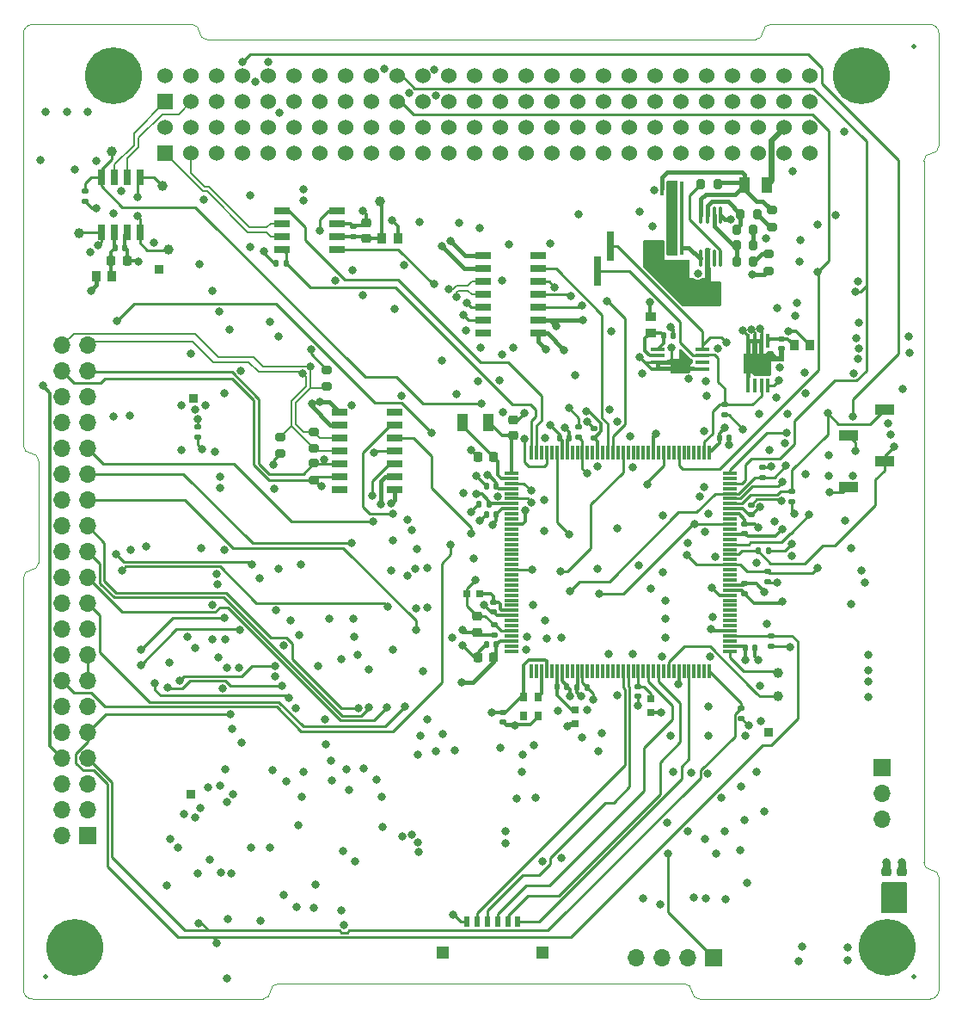
<source format=gbl>
%TF.GenerationSoftware,KiCad,Pcbnew,8.0.3*%
%TF.CreationDate,2024-07-05T11:32:28+03:00*%
%TF.ProjectId,obc-adcs-board,6f62632d-6164-4637-932d-626f6172642e,rev?*%
%TF.SameCoordinates,PX3e2df80PY83e4a60*%
%TF.FileFunction,Copper,L8,Bot*%
%TF.FilePolarity,Positive*%
%FSLAX46Y46*%
G04 Gerber Fmt 4.6, Leading zero omitted, Abs format (unit mm)*
G04 Created by KiCad (PCBNEW 8.0.3) date 2024-07-05 11:32:28*
%MOMM*%
%LPD*%
G01*
G04 APERTURE LIST*
G04 Aperture macros list*
%AMRoundRect*
0 Rectangle with rounded corners*
0 $1 Rounding radius*
0 $2 $3 $4 $5 $6 $7 $8 $9 X,Y pos of 4 corners*
0 Add a 4 corners polygon primitive as box body*
4,1,4,$2,$3,$4,$5,$6,$7,$8,$9,$2,$3,0*
0 Add four circle primitives for the rounded corners*
1,1,$1+$1,$2,$3*
1,1,$1+$1,$4,$5*
1,1,$1+$1,$6,$7*
1,1,$1+$1,$8,$9*
0 Add four rect primitives between the rounded corners*
20,1,$1+$1,$2,$3,$4,$5,0*
20,1,$1+$1,$4,$5,$6,$7,0*
20,1,$1+$1,$6,$7,$8,$9,0*
20,1,$1+$1,$8,$9,$2,$3,0*%
G04 Aperture macros list end*
%TA.AperFunction,ComponentPad*%
%ADD10C,5.600000*%
%TD*%
%TA.AperFunction,ComponentPad*%
%ADD11R,1.700000X1.700000*%
%TD*%
%TA.AperFunction,ComponentPad*%
%ADD12O,1.700000X1.700000*%
%TD*%
%TA.AperFunction,ComponentPad*%
%ADD13R,0.850000X0.850000*%
%TD*%
%TA.AperFunction,ComponentPad*%
%ADD14R,1.530000X1.530000*%
%TD*%
%TA.AperFunction,ComponentPad*%
%ADD15C,1.530000*%
%TD*%
%TA.AperFunction,SMDPad,CuDef*%
%ADD16R,0.450000X1.475000*%
%TD*%
%TA.AperFunction,SMDPad,CuDef*%
%ADD17RoundRect,0.135000X-0.185000X0.135000X-0.185000X-0.135000X0.185000X-0.135000X0.185000X0.135000X0*%
%TD*%
%TA.AperFunction,SMDPad,CuDef*%
%ADD18C,1.000000*%
%TD*%
%TA.AperFunction,SMDPad,CuDef*%
%ADD19R,1.475000X0.300000*%
%TD*%
%TA.AperFunction,SMDPad,CuDef*%
%ADD20R,0.300000X1.475000*%
%TD*%
%TA.AperFunction,SMDPad,CuDef*%
%ADD21RoundRect,0.200000X-0.200000X-0.275000X0.200000X-0.275000X0.200000X0.275000X-0.200000X0.275000X0*%
%TD*%
%TA.AperFunction,SMDPad,CuDef*%
%ADD22RoundRect,0.140000X0.170000X-0.140000X0.170000X0.140000X-0.170000X0.140000X-0.170000X-0.140000X0*%
%TD*%
%TA.AperFunction,SMDPad,CuDef*%
%ADD23RoundRect,0.135000X0.185000X-0.135000X0.185000X0.135000X-0.185000X0.135000X-0.185000X-0.135000X0*%
%TD*%
%TA.AperFunction,SMDPad,CuDef*%
%ADD24R,0.550000X1.000000*%
%TD*%
%TA.AperFunction,SMDPad,CuDef*%
%ADD25R,1.260000X1.300000*%
%TD*%
%TA.AperFunction,SMDPad,CuDef*%
%ADD26RoundRect,0.225000X0.225000X0.250000X-0.225000X0.250000X-0.225000X-0.250000X0.225000X-0.250000X0*%
%TD*%
%TA.AperFunction,SMDPad,CuDef*%
%ADD27R,1.525000X0.650000*%
%TD*%
%TA.AperFunction,SMDPad,CuDef*%
%ADD28RoundRect,0.200000X0.200000X0.275000X-0.200000X0.275000X-0.200000X-0.275000X0.200000X-0.275000X0*%
%TD*%
%TA.AperFunction,SMDPad,CuDef*%
%ADD29RoundRect,0.140000X-0.170000X0.140000X-0.170000X-0.140000X0.170000X-0.140000X0.170000X0.140000X0*%
%TD*%
%TA.AperFunction,SMDPad,CuDef*%
%ADD30R,0.650000X1.528000*%
%TD*%
%TA.AperFunction,SMDPad,CuDef*%
%ADD31R,1.400000X0.450000*%
%TD*%
%TA.AperFunction,SMDPad,CuDef*%
%ADD32RoundRect,0.100000X-0.100000X0.712500X-0.100000X-0.712500X0.100000X-0.712500X0.100000X0.712500X0*%
%TD*%
%TA.AperFunction,SMDPad,CuDef*%
%ADD33RoundRect,0.225000X0.250000X-0.225000X0.250000X0.225000X-0.250000X0.225000X-0.250000X-0.225000X0*%
%TD*%
%TA.AperFunction,SMDPad,CuDef*%
%ADD34RoundRect,0.140000X-0.140000X-0.170000X0.140000X-0.170000X0.140000X0.170000X-0.140000X0.170000X0*%
%TD*%
%TA.AperFunction,SMDPad,CuDef*%
%ADD35RoundRect,0.225000X-0.250000X0.225000X-0.250000X-0.225000X0.250000X-0.225000X0.250000X0.225000X0*%
%TD*%
%TA.AperFunction,SMDPad,CuDef*%
%ADD36RoundRect,0.200000X0.275000X-0.200000X0.275000X0.200000X-0.275000X0.200000X-0.275000X-0.200000X0*%
%TD*%
%TA.AperFunction,SMDPad,CuDef*%
%ADD37C,0.500000*%
%TD*%
%TA.AperFunction,SMDPad,CuDef*%
%ADD38R,1.000000X1.800000*%
%TD*%
%TA.AperFunction,SMDPad,CuDef*%
%ADD39RoundRect,0.140000X0.140000X0.170000X-0.140000X0.170000X-0.140000X-0.170000X0.140000X-0.170000X0*%
%TD*%
%TA.AperFunction,SMDPad,CuDef*%
%ADD40R,1.905000X1.020000*%
%TD*%
%TA.AperFunction,SMDPad,CuDef*%
%ADD41R,0.940000X1.010000*%
%TD*%
%TA.AperFunction,SMDPad,CuDef*%
%ADD42R,0.940000X1.020000*%
%TD*%
%TA.AperFunction,SMDPad,CuDef*%
%ADD43R,0.450000X1.400000*%
%TD*%
%TA.AperFunction,SMDPad,CuDef*%
%ADD44R,0.740000X2.870000*%
%TD*%
%TA.AperFunction,SMDPad,CuDef*%
%ADD45R,1.010000X0.940000*%
%TD*%
%TA.AperFunction,SMDPad,CuDef*%
%ADD46RoundRect,0.225000X-0.225000X-0.250000X0.225000X-0.250000X0.225000X0.250000X-0.225000X0.250000X0*%
%TD*%
%TA.AperFunction,SMDPad,CuDef*%
%ADD47R,0.700000X0.650000*%
%TD*%
%TA.AperFunction,SMDPad,CuDef*%
%ADD48R,0.650000X0.700000*%
%TD*%
%TA.AperFunction,SMDPad,CuDef*%
%ADD49R,1.000000X1.500000*%
%TD*%
%TA.AperFunction,SMDPad,CuDef*%
%ADD50RoundRect,0.135000X-0.135000X-0.185000X0.135000X-0.185000X0.135000X0.185000X-0.135000X0.185000X0*%
%TD*%
%TA.AperFunction,SMDPad,CuDef*%
%ADD51RoundRect,0.200000X-0.275000X0.200000X-0.275000X-0.200000X0.275000X-0.200000X0.275000X0.200000X0*%
%TD*%
%TA.AperFunction,SMDPad,CuDef*%
%ADD52RoundRect,0.135000X0.135000X0.185000X-0.135000X0.185000X-0.135000X-0.185000X0.135000X-0.185000X0*%
%TD*%
%TA.AperFunction,SMDPad,CuDef*%
%ADD53R,1.528000X0.650000*%
%TD*%
%TA.AperFunction,SMDPad,CuDef*%
%ADD54R,0.800000X0.900000*%
%TD*%
%TA.AperFunction,ViaPad*%
%ADD55C,0.800000*%
%TD*%
%TA.AperFunction,Conductor*%
%ADD56C,0.300000*%
%TD*%
%TA.AperFunction,Conductor*%
%ADD57C,0.350000*%
%TD*%
%TA.AperFunction,Conductor*%
%ADD58C,0.250000*%
%TD*%
%TA.AperFunction,Conductor*%
%ADD59C,0.450000*%
%TD*%
%TA.AperFunction,Conductor*%
%ADD60C,0.400000*%
%TD*%
%TA.AperFunction,Conductor*%
%ADD61C,0.800000*%
%TD*%
%TA.AperFunction,Conductor*%
%ADD62C,0.600000*%
%TD*%
%TA.AperFunction,Conductor*%
%ADD63C,0.200000*%
%TD*%
%TA.AperFunction,Profile*%
%ADD64C,0.100000*%
%TD*%
G04 APERTURE END LIST*
D10*
%TO.P,H4,1,1*%
%TO.N,unconnected-(H4-Pad1)*%
X82630000Y90930000D03*
%TD*%
D11*
%TO.P,J7,1,Pin_1*%
%TO.N,/OBC module/MEM_MRAM_OUT_ENABLE*%
X68100000Y4175000D03*
D12*
%TO.P,J7,2,Pin_2*%
%TO.N,/OBC module/MEM_MRAM_WR_ENABLE*%
X65560000Y4175000D03*
%TO.P,J7,3,Pin_3*%
%TO.N,/OBC module/MEM_MRAM_ENABLE*%
X63020000Y4175000D03*
%TO.P,J7,4,Pin_4*%
%TO.N,GND*%
X60480000Y4175000D03*
%TD*%
D10*
%TO.P,H1,1,1*%
%TO.N,unconnected-(H1-Pad1)*%
X5180000Y5190000D03*
%TD*%
D11*
%TO.P,J4,1,Pin_1*%
%TO.N,GND*%
X84625000Y22875000D03*
D12*
%TO.P,J4,2,Pin_2*%
%TO.N,ADCS_SWCLK*%
X84625000Y20335000D03*
%TO.P,J4,3,Pin_3*%
%TO.N,ADCS_SWDIO*%
X84625000Y17795000D03*
%TD*%
D10*
%TO.P,H3,1,1*%
%TO.N,AC_GND_2*%
X85170000Y5210000D03*
%TD*%
D13*
%TO.P,J27,1,Pin_1*%
%TO.N,3V3_PROT*%
X16600000Y20225000D03*
%TD*%
D10*
%TO.P,H2,1,1*%
%TO.N,AC_GND_1*%
X8990000Y90930000D03*
%TD*%
D13*
%TO.P,J29,1,Pin_1*%
%TO.N,/ADCS_VDD*%
X16875000Y59250000D03*
%TD*%
D11*
%TO.P,J6,1,Pin_1*%
%TO.N,GND*%
X6450000Y16175000D03*
D12*
%TO.P,J6,2,Pin_2*%
X3910000Y16175000D03*
%TO.P,J6,3,Pin_3*%
%TO.N,MCU_SWCLK*%
X6450000Y18715000D03*
%TO.P,J6,4,Pin_4*%
%TO.N,GND*%
X3910000Y18715000D03*
%TO.P,J6,5,Pin_5*%
%TO.N,MCU_SWDIO*%
X6450000Y21255000D03*
%TO.P,J6,6,Pin_6*%
%TO.N,MCU_ERASE*%
X3910000Y21255000D03*
%TO.P,J6,7,Pin_7*%
%TO.N,I2C_SCK_PANELS*%
X6450000Y23795000D03*
%TO.P,J6,8,Pin_8*%
%TO.N,/EPS_5V_ADM*%
X3910000Y23795000D03*
%TO.P,J6,9,Pin_9*%
%TO.N,I2C_SDA_PANELS*%
X6450000Y26335000D03*
%TO.P,J6,10,Pin_10*%
%TO.N,GNSS_PPS*%
X3910000Y26335000D03*
%TO.P,J6,11,Pin_11*%
%TO.N,GND*%
X6450000Y28875000D03*
%TO.P,J6,12,Pin_12*%
%TO.N,/ADM_ENABLE_2*%
X3910000Y28875000D03*
%TO.P,J6,13,Pin_13*%
%TO.N,3V3_PROT*%
X6450000Y31415000D03*
%TO.P,J6,14,Pin_14*%
%TO.N,/ADM_ENABLE_1*%
X3910000Y31415000D03*
%TO.P,J6,15,Pin_15*%
%TO.N,3V3_PROT*%
X6450000Y33955000D03*
%TO.P,J6,16,Pin_16*%
%TO.N,GND*%
X3910000Y33955000D03*
%TO.P,J6,17,Pin_17*%
X6450000Y36495000D03*
%TO.P,J6,18,Pin_18*%
%TO.N,MEM_NAND_WR_PROTECT*%
X3910000Y36495000D03*
%TO.P,J6,19,Pin_19*%
%TO.N,MEM_D0*%
X6450000Y39035000D03*
%TO.P,J6,20,Pin_20*%
%TO.N,MEM_NAND_WR_ENABLE*%
X3910000Y39035000D03*
%TO.P,J6,21,Pin_21*%
%TO.N,MEM_D1*%
X6450000Y41575000D03*
%TO.P,J6,22,Pin_22*%
%TO.N,MEM_NAND_ADDR_ENABLE*%
X3910000Y41575000D03*
%TO.P,J6,23,Pin_23*%
%TO.N,MEM_D2*%
X6450000Y44115000D03*
%TO.P,J6,24,Pin_24*%
%TO.N,MEM_NAND_CMD_ENABLE*%
X3910000Y44115000D03*
%TO.P,J6,25,Pin_25*%
%TO.N,MEM_D3*%
X6450000Y46655000D03*
%TO.P,J6,26,Pin_26*%
%TO.N,MEM_NAND_ENABLE_2*%
X3910000Y46655000D03*
%TO.P,J6,27,Pin_27*%
%TO.N,MEM_D4*%
X6450000Y49195000D03*
%TO.P,J6,28,Pin_28*%
%TO.N,MEM_NAND_ENABLE_1*%
X3910000Y49195000D03*
%TO.P,J6,29,Pin_29*%
%TO.N,MEM_D5*%
X6450000Y51735000D03*
%TO.P,J6,30,Pin_30*%
%TO.N,MEM_NAND_OUT_ENABLE*%
X3910000Y51735000D03*
%TO.P,J6,31,Pin_31*%
%TO.N,MEM_D6*%
X6450000Y54275000D03*
%TO.P,J6,32,Pin_32*%
%TO.N,MEM_NAND_BUSY_1*%
X3910000Y54275000D03*
%TO.P,J6,33,Pin_33*%
%TO.N,MEM_D7*%
X6450000Y56815000D03*
%TO.P,J6,34,Pin_34*%
%TO.N,MEM_NAND_BUSY_2*%
X3910000Y56815000D03*
%TO.P,J6,35,Pin_35*%
%TO.N,GND*%
X6450000Y59355000D03*
%TO.P,J6,36,Pin_36*%
X3910000Y59355000D03*
%TO.P,J6,37,Pin_37*%
%TO.N,/RS422_Z_BUS*%
X6450000Y61895000D03*
%TO.P,J6,38,Pin_38*%
%TO.N,/RS422_Y_BUS*%
X3910000Y61895000D03*
%TO.P,J6,39,Pin_39*%
%TO.N,/RS422_B_BUS*%
X6450000Y64435000D03*
%TO.P,J6,40,Pin_40*%
%TO.N,/RS422_A_BUS*%
X3910000Y64435000D03*
%TD*%
D14*
%TO.P,J1,01,01*%
%TO.N,CAN1-*%
X14048000Y83309000D03*
D15*
%TO.P,J1,02,02*%
%TO.N,unconnected-(J1-Pad02)*%
X14048000Y85849000D03*
%TO.P,J1,03,03*%
%TO.N,CAN1+*%
X16588000Y83309000D03*
%TO.P,J1,04,04*%
%TO.N,unconnected-(J1-Pad04)*%
X16588000Y85849000D03*
%TO.P,J1,05,05*%
%TO.N,unconnected-(J1-Pad05)*%
X19128000Y83309000D03*
%TO.P,J1,06,06*%
%TO.N,unconnected-(J1-Pad06)*%
X19128000Y85849000D03*
%TO.P,J1,07,07*%
%TO.N,unconnected-(J1-Pad07)*%
X21668000Y83309000D03*
%TO.P,J1,08,08*%
%TO.N,unconnected-(J1-Pad08)*%
X21668000Y85849000D03*
%TO.P,J1,09,09*%
%TO.N,unconnected-(J1-Pad09)*%
X24208000Y83309000D03*
%TO.P,J1,10,10*%
%TO.N,unconnected-(J1-Pad10)*%
X24208000Y85849000D03*
%TO.P,J1,11,11*%
%TO.N,unconnected-(J1-Pad11)*%
X26748000Y83309000D03*
%TO.P,J1,12,12*%
%TO.N,unconnected-(J1-Pad12)*%
X26748000Y85849000D03*
%TO.P,J1,13,13*%
%TO.N,unconnected-(J1-Pad13)*%
X29288000Y83309000D03*
%TO.P,J1,14,14*%
%TO.N,unconnected-(J1-Pad14)*%
X29288000Y85849000D03*
%TO.P,J1,15,15*%
%TO.N,unconnected-(J1-Pad15)*%
X31828000Y83309000D03*
%TO.P,J1,16,16*%
%TO.N,unconnected-(J1-Pad16)*%
X31828000Y85849000D03*
%TO.P,J1,17,17*%
%TO.N,unconnected-(J1-Pad17)*%
X34368000Y83309000D03*
%TO.P,J1,18,18*%
%TO.N,unconnected-(J1-Pad18)*%
X34368000Y85849000D03*
%TO.P,J1,19,19*%
%TO.N,unconnected-(J1-Pad19)*%
X36908000Y83309000D03*
%TO.P,J1,20,20*%
%TO.N,unconnected-(J1-Pad20)*%
X36908000Y85849000D03*
%TO.P,J1,21,21*%
%TO.N,unconnected-(J1-Pad21)*%
X39448000Y83309000D03*
%TO.P,J1,22,22*%
%TO.N,unconnected-(J1-Pad22)*%
X39448000Y85849000D03*
%TO.P,J1,23,23*%
%TO.N,unconnected-(J1-Pad23)*%
X41988000Y83309000D03*
%TO.P,J1,24,24*%
%TO.N,unconnected-(J1-Pad24)*%
X41988000Y85849000D03*
%TO.P,J1,25,25*%
%TO.N,unconnected-(J1-Pad25)*%
X44528000Y83309000D03*
%TO.P,J1,26,26*%
%TO.N,unconnected-(J1-Pad26)*%
X44528000Y85849000D03*
%TO.P,J1,27,27*%
%TO.N,GND*%
X47068000Y83309000D03*
%TO.P,J1,28,28*%
X47068000Y85849000D03*
%TO.P,J1,29,29*%
%TO.N,unconnected-(J1-Pad29)*%
X49608000Y83309000D03*
%TO.P,J1,30,30*%
%TO.N,unconnected-(J1-Pad30)*%
X49608000Y85849000D03*
%TO.P,J1,31,31*%
%TO.N,GND*%
X52148000Y83309000D03*
%TO.P,J1,32,32*%
X52148000Y85849000D03*
%TO.P,J1,33,33*%
%TO.N,unconnected-(J1-Pad33)*%
X54688000Y83309000D03*
%TO.P,J1,34,34*%
%TO.N,unconnected-(J1-Pad34)*%
X54688000Y85849000D03*
%TO.P,J1,35,35*%
%TO.N,unconnected-(J1-Pad35)*%
X57228000Y83309000D03*
%TO.P,J1,36,36*%
%TO.N,unconnected-(J1-Pad36)*%
X57228000Y85849000D03*
%TO.P,J1,37,37*%
%TO.N,unconnected-(J1-Pad37)*%
X59768000Y83309000D03*
%TO.P,J1,38,38*%
%TO.N,unconnected-(J1-Pad38)*%
X59768000Y85849000D03*
%TO.P,J1,39,39*%
%TO.N,unconnected-(J1-Pad39)*%
X62308000Y83309000D03*
%TO.P,J1,40,40*%
%TO.N,unconnected-(J1-Pad40)*%
X62308000Y85849000D03*
%TO.P,J1,41,41*%
%TO.N,/I2C_MTQ_SDA*%
X64848000Y83309000D03*
%TO.P,J1,42,42*%
%TO.N,unconnected-(J1-Pad42)*%
X64848000Y85849000D03*
%TO.P,J1,43,43*%
%TO.N,/I2C_MTQ_SCK*%
X67388000Y83309000D03*
%TO.P,J1,44,44*%
%TO.N,unconnected-(J1-Pad44)*%
X67388000Y85849000D03*
%TO.P,J1,45,45*%
%TO.N,unconnected-(J1-Pad45)*%
X69928000Y83309000D03*
%TO.P,J1,46,46*%
%TO.N,unconnected-(J1-Pad46)*%
X69928000Y85849000D03*
%TO.P,J1,47,47*%
%TO.N,/EPS_5V_PANELS*%
X72468000Y83309000D03*
%TO.P,J1,48,48*%
%TO.N,/EPS_3V3_OBC*%
X72468000Y85849000D03*
%TO.P,J1,49,49*%
%TO.N,/EPS_5V_ADM*%
X75008000Y83309000D03*
%TO.P,J1,50,50*%
%TO.N,/EPS_3V3_ADCS*%
X75008000Y85849000D03*
%TO.P,J1,51,51*%
%TO.N,unconnected-(J1-Pad51)*%
X77548000Y83309000D03*
%TO.P,J1,52,52*%
%TO.N,unconnected-(J1-Pad52)*%
X77548000Y85849000D03*
%TD*%
D13*
%TO.P,J28,1,Pin_1*%
%TO.N,/ADCS_VDD*%
X13450000Y71900000D03*
%TD*%
D14*
%TO.P,J5,01,01*%
%TO.N,CAN2-*%
X14048000Y88389000D03*
D15*
%TO.P,J5,02,02*%
%TO.N,unconnected-(J5-Pad02)*%
X14048000Y90929000D03*
%TO.P,J5,03,03*%
%TO.N,CAN2+*%
X16588000Y88389000D03*
%TO.P,J5,04,04*%
%TO.N,unconnected-(J5-Pad04)*%
X16588000Y90929000D03*
%TO.P,J5,05,05*%
%TO.N,unconnected-(J5-Pad05)*%
X19128000Y88389000D03*
%TO.P,J5,06,06*%
%TO.N,unconnected-(J5-Pad06)*%
X19128000Y90929000D03*
%TO.P,J5,07,07*%
%TO.N,/COMMS_SWD*%
X21668000Y88389000D03*
%TO.P,J5,08,08*%
%TO.N,/COMMS_SWCLK*%
X21668000Y90929000D03*
%TO.P,J5,09,09*%
%TO.N,/COMMS_RST*%
X24208000Y88389000D03*
%TO.P,J5,10,10*%
%TO.N,/COMMS_3V3_REF*%
X24208000Y90929000D03*
%TO.P,J5,11,11*%
%TO.N,unconnected-(J5-Pad11)*%
X26748000Y88389000D03*
%TO.P,J5,12,12*%
%TO.N,unconnected-(J5-Pad12)*%
X26748000Y90929000D03*
%TO.P,J5,13,13*%
%TO.N,unconnected-(J5-Pad13)*%
X29288000Y88389000D03*
%TO.P,J5,14,14*%
%TO.N,unconnected-(J5-Pad14)*%
X29288000Y90929000D03*
%TO.P,J5,15,15*%
%TO.N,unconnected-(J5-Pad15)*%
X31828000Y88389000D03*
%TO.P,J5,16,16*%
%TO.N,unconnected-(J5-Pad16)*%
X31828000Y90929000D03*
%TO.P,J5,17,17*%
%TO.N,/OBC_UART_TX*%
X34368000Y88389000D03*
%TO.P,J5,18,18*%
%TO.N,/OBC_UART_RX*%
X34368000Y90929000D03*
%TO.P,J5,19,19*%
%TO.N,/ADCS_UART_TX*%
X36908000Y88389000D03*
%TO.P,J5,20,20*%
%TO.N,/ADCS_UART_RX*%
X36908000Y90929000D03*
%TO.P,J5,21,21*%
%TO.N,/COMMS_TX*%
X39448000Y88389000D03*
%TO.P,J5,22,22*%
%TO.N,/COMMS_RX*%
X39448000Y90929000D03*
%TO.P,J5,23,23*%
%TO.N,unconnected-(J5-Pad23)*%
X41988000Y88389000D03*
%TO.P,J5,24,24*%
%TO.N,unconnected-(J5-Pad24)*%
X41988000Y90929000D03*
%TO.P,J5,25,25*%
%TO.N,unconnected-(J5-Pad25)*%
X44528000Y88389000D03*
%TO.P,J5,26,26*%
%TO.N,unconnected-(J5-Pad26)*%
X44528000Y90929000D03*
%TO.P,J5,27,27*%
%TO.N,unconnected-(J5-Pad27)*%
X47068000Y88389000D03*
%TO.P,J5,28,28*%
%TO.N,unconnected-(J5-Pad28)*%
X47068000Y90929000D03*
%TO.P,J5,29,29*%
%TO.N,GND*%
X49608000Y88389000D03*
%TO.P,J5,30,30*%
X49608000Y90929000D03*
%TO.P,J5,31,31*%
%TO.N,unconnected-(J5-Pad31)*%
X52148000Y88389000D03*
%TO.P,J5,32,32*%
%TO.N,GND*%
X52148000Y90929000D03*
%TO.P,J5,33,33*%
%TO.N,unconnected-(J5-Pad33)*%
X54688000Y88389000D03*
%TO.P,J5,34,34*%
%TO.N,unconnected-(J5-Pad34)*%
X54688000Y90929000D03*
%TO.P,J5,35,35*%
%TO.N,unconnected-(J5-Pad35)*%
X57228000Y88389000D03*
%TO.P,J5,36,36*%
%TO.N,unconnected-(J5-Pad36)*%
X57228000Y90929000D03*
%TO.P,J5,37,37*%
%TO.N,GNSS_PPS*%
X59768000Y88389000D03*
%TO.P,J5,38,38*%
%TO.N,unconnected-(J5-Pad38)*%
X59768000Y90929000D03*
%TO.P,J5,39,39*%
%TO.N,unconnected-(J5-Pad39)*%
X62308000Y88389000D03*
%TO.P,J5,40,40*%
%TO.N,unconnected-(J5-Pad40)*%
X62308000Y90929000D03*
%TO.P,J5,41,41*%
%TO.N,unconnected-(J5-Pad41)*%
X64848000Y88389000D03*
%TO.P,J5,42,42*%
%TO.N,unconnected-(J5-Pad42)*%
X64848000Y90929000D03*
%TO.P,J5,43,43*%
%TO.N,unconnected-(J5-Pad43)*%
X67388000Y88389000D03*
%TO.P,J5,44,44*%
%TO.N,unconnected-(J5-Pad44)*%
X67388000Y90929000D03*
%TO.P,J5,45,45*%
%TO.N,unconnected-(J5-Pad45)*%
X69928000Y88389000D03*
%TO.P,J5,46,46*%
%TO.N,unconnected-(J5-Pad46)*%
X69928000Y90929000D03*
%TO.P,J5,47,47*%
%TO.N,unconnected-(J5-Pad47)*%
X72468000Y88389000D03*
%TO.P,J5,48,48*%
%TO.N,unconnected-(J5-Pad48)*%
X72468000Y90929000D03*
%TO.P,J5,49,49*%
%TO.N,unconnected-(J5-Pad49)*%
X75008000Y88389000D03*
%TO.P,J5,50,50*%
%TO.N,unconnected-(J5-Pad50)*%
X75008000Y90929000D03*
%TO.P,J5,51,51*%
%TO.N,unconnected-(J5-Pad51)*%
X77548000Y88389000D03*
%TO.P,J5,52,52*%
%TO.N,unconnected-(J5-Pad52)*%
X77548000Y90929000D03*
%TD*%
D16*
%TO.P,Q2,1,D1*%
%TO.N,/ADCS module/Over-voltage Protection/3V3_OC_PROT*%
X63025000Y79888000D03*
%TO.P,Q2,2,S1_1*%
%TO.N,/ADCS module/Over-voltage Protection/MOSFET_S*%
X63675000Y79888000D03*
%TO.P,Q2,3,S1_2*%
X64325000Y79888000D03*
%TO.P,Q2,4,G1*%
%TO.N,Net-(Q2-G1)*%
X64975000Y79888000D03*
%TO.P,Q2,5,G2*%
X64975000Y74012000D03*
%TO.P,Q2,6,S2_1*%
%TO.N,/ADCS module/Over-voltage Protection/MOSFET_S*%
X64325000Y74012000D03*
%TO.P,Q2,7,S2_2*%
X63675000Y74012000D03*
%TO.P,Q2,8,D2*%
%TO.N,/ADCS_VDD*%
X63025000Y74012000D03*
%TD*%
D17*
%TO.P,R9,1*%
%TO.N,I2C_SCK_PANELS*%
X70800000Y28770000D03*
%TO.P,R9,2*%
%TO.N,/ADCS_VDD*%
X70800000Y27750000D03*
%TD*%
D18*
%TO.P,TP53,1*%
%TO.N,/ADCS module/CAN_RX_2*%
X5620000Y75500000D03*
%TD*%
D19*
%TO.P,U14,1,PD0*%
%TO.N,unconnected-(U14-PD0-Pad1)*%
X48162000Y34350000D03*
%TO.P,U14,2,PD31*%
%TO.N,unconnected-(U14-PD31-Pad2)*%
X48162000Y34850000D03*
%TO.P,U14,3,VDDOUT*%
%TO.N,/ADCS module/Microcontroller/MCU_VDDCORE*%
X48162000Y35350000D03*
%TO.P,U14,4,PE0*%
%TO.N,unconnected-(U14-PE0-Pad4)*%
X48162000Y35850000D03*
%TO.P,U14,5,VDDIN*%
%TO.N,/ADCS_VDD*%
X48162000Y36350000D03*
%TO.P,U14,6,PE1*%
%TO.N,unconnected-(U14-PE1-Pad6)*%
X48162000Y36850000D03*
%TO.P,U14,7,PE2*%
%TO.N,unconnected-(U14-PE2-Pad7)*%
X48162000Y37350000D03*
%TO.P,U14,8,VREFN*%
%TO.N,GND*%
X48162000Y37850000D03*
%TO.P,U14,9,VREFP*%
%TO.N,/ADCS module/Microcontroller/MCU_AD_REF_POS*%
X48162000Y38350000D03*
%TO.P,U14,10,PE3*%
%TO.N,unconnected-(U14-PE3-Pad10)*%
X48162000Y38850000D03*
%TO.P,U14,11,PC0*%
%TO.N,unconnected-(U14-PC0-Pad11)*%
X48162000Y39350000D03*
%TO.P,U14,12,PC27*%
%TO.N,unconnected-(U14-PC27-Pad12)*%
X48162000Y39850000D03*
%TO.P,U14,13,PC26*%
%TO.N,unconnected-(U14-PC26-Pad13)*%
X48162000Y40350000D03*
%TO.P,U14,14,PC31*%
%TO.N,unconnected-(U14-PC31-Pad14)*%
X48162000Y40850000D03*
%TO.P,U14,15,PC30*%
%TO.N,unconnected-(U14-PC30-Pad15)*%
X48162000Y41350000D03*
%TO.P,U14,16,PC29*%
%TO.N,unconnected-(U14-PC29-Pad16)*%
X48162000Y41850000D03*
%TO.P,U14,17,PC12*%
%TO.N,/ADCS module/CAN_RX_2*%
X48162000Y42350000D03*
%TO.P,U14,18,PC15*%
%TO.N,unconnected-(U14-PC15-Pad18)*%
X48162000Y42850000D03*
%TO.P,U14,19,PC13*%
%TO.N,unconnected-(U14-PC13-Pad19)*%
X48162000Y43350000D03*
%TO.P,U14,20,PB1*%
%TO.N,unconnected-(U14-PB1-Pad20)*%
X48162000Y43850000D03*
%TO.P,U14,21,PB0*%
%TO.N,unconnected-(U14-PB0-Pad21)*%
X48162000Y44350000D03*
%TO.P,U14,22,PA20*%
%TO.N,unconnected-(U14-PA20-Pad22)*%
X48162000Y44850000D03*
%TO.P,U14,23,PA19*%
%TO.N,unconnected-(U14-PA19-Pad23)*%
X48162000Y45350000D03*
%TO.P,U14,24,PA18*%
%TO.N,unconnected-(U14-PA18-Pad24)*%
X48162000Y45850000D03*
%TO.P,U14,25,PA17*%
%TO.N,unconnected-(U14-PA17-Pad25)*%
X48162000Y46350000D03*
%TO.P,U14,26,PB2*%
%TO.N,/ADCS module/CAN_TX_1*%
X48162000Y46850000D03*
%TO.P,U14,27,PE4*%
%TO.N,unconnected-(U14-PE4-Pad27)*%
X48162000Y47350000D03*
%TO.P,U14,28,PE5*%
%TO.N,unconnected-(U14-PE5-Pad28)*%
X48162000Y47850000D03*
%TO.P,U14,29,VDDCORE_1*%
%TO.N,/ADCS module/Microcontroller/MCU_VDDCORE*%
X48162000Y48350000D03*
%TO.P,U14,30,VDDIO_1*%
%TO.N,/ADCS_VDD*%
X48162000Y48850000D03*
%TO.P,U14,31,PB3*%
%TO.N,/ADCS module/CAN_RX_1*%
X48162000Y49350000D03*
%TO.P,U14,32,PA21*%
%TO.N,unconnected-(U14-PA21-Pad32)*%
X48162000Y49850000D03*
%TO.P,U14,33,VDDCORE_2*%
%TO.N,/ADCS module/Microcontroller/MCU_VDDCORE*%
X48162000Y50350000D03*
%TO.P,U14,34,PD30*%
%TO.N,/ADCS module/PAYLOAD_RX_ENABLE*%
X48162000Y50850000D03*
%TO.P,U14,35,PA7*%
%TO.N,/ADCS module/MCU_RTC_IN*%
X48162000Y51350000D03*
%TO.P,U14,36,PA8*%
%TO.N,/ADCS module/MCU_RTC_OUT*%
X48162000Y51850000D03*
D20*
%TO.P,U14,37,PA22*%
%TO.N,/ADCS module/CAN_FAULT_1*%
X50150000Y53838000D03*
%TO.P,U14,38,PC1*%
%TO.N,/ADCS module/CAN_SILENT_1*%
X50650000Y53838000D03*
%TO.P,U14,39,PC2*%
%TO.N,unconnected-(U14-PC2-Pad39)*%
X51150000Y53838000D03*
%TO.P,U14,40,PC3*%
%TO.N,/ADCS module/CAN_FAULT_2*%
X51650000Y53838000D03*
%TO.P,U14,41,PC4*%
%TO.N,unconnected-(U14-PC4-Pad41)*%
X52150000Y53838000D03*
%TO.P,U14,42,PA13*%
%TO.N,GNSS_PPS*%
X52650000Y53838000D03*
%TO.P,U14,43,VDDIO_2*%
%TO.N,/ADCS_VDD*%
X53150000Y53838000D03*
%TO.P,U14,44,GND_1*%
%TO.N,GND*%
X53650000Y53838000D03*
%TO.P,U14,45,PA16*%
%TO.N,unconnected-(U14-PA16-Pad45)*%
X54150000Y53838000D03*
%TO.P,U14,46,PA23*%
%TO.N,unconnected-(U14-PA23-Pad46)*%
X54650000Y53838000D03*
%TO.P,U14,47,PD27*%
%TO.N,/ADCS module/I2C_SDA_SENS*%
X55150000Y53838000D03*
%TO.P,U14,48,PC7*%
%TO.N,unconnected-(U14-PC7-Pad48)*%
X55650000Y53838000D03*
%TO.P,U14,49,PA15*%
%TO.N,unconnected-(U14-PA15-Pad49)*%
X56150000Y53838000D03*
%TO.P,U14,50,VDDCORE_3*%
%TO.N,/ADCS module/Microcontroller/MCU_VDDCORE*%
X56650000Y53838000D03*
%TO.P,U14,51,PA14*%
%TO.N,unconnected-(U14-PA14-Pad51)*%
X57150000Y53838000D03*
%TO.P,U14,52,PD25*%
%TO.N,/ADCS module/PAYLOAD_RX*%
X57650000Y53838000D03*
%TO.P,U14,53,PD26*%
%TO.N,/ADCS module/PAYLOAD_TX*%
X58150000Y53838000D03*
%TO.P,U14,54,PC6*%
%TO.N,unconnected-(U14-PC6-Pad54)*%
X58650000Y53838000D03*
%TO.P,U14,55,PD24*%
%TO.N,/ADCS module/CAN_SILENT_2*%
X59150000Y53838000D03*
%TO.P,U14,56,PA24*%
%TO.N,unconnected-(U14-PA24-Pad56)*%
X59650000Y53838000D03*
%TO.P,U14,57,PD23*%
%TO.N,unconnected-(U14-PD23-Pad57)*%
X60150000Y53838000D03*
%TO.P,U14,58,PC5*%
%TO.N,unconnected-(U14-PC5-Pad58)*%
X60650000Y53838000D03*
%TO.P,U14,59,PA25*%
%TO.N,unconnected-(U14-PA25-Pad59)*%
X61150000Y53838000D03*
%TO.P,U14,60,PD22*%
%TO.N,unconnected-(U14-PD22-Pad60)*%
X61650000Y53838000D03*
%TO.P,U14,61,GND_2*%
%TO.N,GND*%
X62150000Y53838000D03*
%TO.P,U14,62,PA26*%
%TO.N,unconnected-(U14-PA26-Pad62)*%
X62650000Y53838000D03*
%TO.P,U14,63,PD21*%
%TO.N,/ADM_ENABLE_1*%
X63150000Y53838000D03*
%TO.P,U14,64,PA11*%
%TO.N,unconnected-(U14-PA11-Pad64)*%
X63650000Y53838000D03*
%TO.P,U14,65,PD20*%
%TO.N,unconnected-(U14-PD20-Pad65)*%
X64150000Y53838000D03*
%TO.P,U14,66,PA10*%
%TO.N,/ADCS_UART_TX*%
X64650000Y53838000D03*
%TO.P,U14,67,PD19*%
%TO.N,unconnected-(U14-PD19-Pad67)*%
X65150000Y53838000D03*
%TO.P,U14,68,PA12*%
%TO.N,unconnected-(U14-PA12-Pad68)*%
X65650000Y53838000D03*
%TO.P,U14,69,PD18*%
%TO.N,unconnected-(U14-PD18-Pad69)*%
X66150000Y53838000D03*
%TO.P,U14,70,PA27*%
%TO.N,unconnected-(U14-PA27-Pad70)*%
X66650000Y53838000D03*
%TO.P,U14,71,PD28*%
%TO.N,/ADCS module/I2C_SCK_SENS*%
X67150000Y53838000D03*
%TO.P,U14,72,VDDIO_3*%
%TO.N,/ADCS_VDD*%
X67650000Y53838000D03*
D19*
%TO.P,U14,73,PA5*%
%TO.N,/ADM_ENABLE_2*%
X69638000Y51850000D03*
%TO.P,U14,74,PD17*%
%TO.N,unconnected-(U14-PD17-Pad74)*%
X69638000Y51350000D03*
%TO.P,U14,75,PA9*%
%TO.N,/ADCS_UART_RX*%
X69638000Y50850000D03*
%TO.P,U14,76,PC28*%
%TO.N,unconnected-(U14-PC28-Pad76)*%
X69638000Y50350000D03*
%TO.P,U14,77,PA4*%
%TO.N,/I2C_MTQ_SCK*%
X69638000Y49850000D03*
%TO.P,U14,78,PD16*%
%TO.N,/ADCS module/PAYLOAD_TX_ENABLE*%
X69638000Y49350000D03*
%TO.P,U14,79,PB6*%
%TO.N,ADCS_SWDIO*%
X69638000Y48850000D03*
%TO.P,U14,80,VDDIO_4*%
%TO.N,/ADCS_VDD*%
X69638000Y48350000D03*
%TO.P,U14,81,VDDCORE_4*%
%TO.N,/ADCS module/Microcontroller/MCU_VDDCORE*%
X69638000Y47850000D03*
%TO.P,U14,82,PC8*%
%TO.N,unconnected-(U14-PC8-Pad82)*%
X69638000Y47350000D03*
%TO.P,U14,83,NRST*%
%TO.N,/ADCS_RESET*%
X69638000Y46850000D03*
%TO.P,U14,84,PD14*%
%TO.N,unconnected-(U14-PD14-Pad84)*%
X69638000Y46350000D03*
%TO.P,U14,85,TST*%
%TO.N,GND*%
X69638000Y45850000D03*
%TO.P,U14,86,PC9*%
%TO.N,unconnected-(U14-PC9-Pad86)*%
X69638000Y45350000D03*
%TO.P,U14,87,PB12*%
%TO.N,ADCS_ERASE*%
X69638000Y44850000D03*
%TO.P,U14,88,PD13*%
%TO.N,unconnected-(U14-PD13-Pad88)*%
X69638000Y44350000D03*
%TO.P,U14,89,PB7*%
%TO.N,ADCS_SWCLK*%
X69638000Y43850000D03*
%TO.P,U14,90,PC10*%
%TO.N,unconnected-(U14-PC10-Pad90)*%
X69638000Y43350000D03*
%TO.P,U14,91,PA3*%
%TO.N,/I2C_MTQ_SDA*%
X69638000Y42850000D03*
%TO.P,U14,92,PD12*%
%TO.N,unconnected-(U14-PD12-Pad92)*%
X69638000Y42350000D03*
%TO.P,U14,93,PA2*%
%TO.N,unconnected-(U14-PA2-Pad93)*%
X69638000Y41850000D03*
%TO.P,U14,94,PC11*%
%TO.N,unconnected-(U14-PC11-Pad94)*%
X69638000Y41350000D03*
%TO.P,U14,95,GND_3*%
%TO.N,GND*%
X69638000Y40850000D03*
%TO.P,U14,96,VDDIO_5*%
%TO.N,/ADCS_VDD*%
X69638000Y40350000D03*
%TO.P,U14,97,PC14*%
%TO.N,/ADCS module/CAN_TX_2*%
X69638000Y39850000D03*
%TO.P,U14,98,PD11*%
%TO.N,unconnected-(U14-PD11-Pad98)*%
X69638000Y39350000D03*
%TO.P,U14,99,PA1*%
%TO.N,unconnected-(U14-PA1-Pad99)*%
X69638000Y38850000D03*
%TO.P,U14,100,PC16*%
%TO.N,unconnected-(U14-PC16-Pad100)*%
X69638000Y38350000D03*
%TO.P,U14,101,PD10*%
%TO.N,unconnected-(U14-PD10-Pad101)*%
X69638000Y37850000D03*
%TO.P,U14,102,PA0*%
%TO.N,unconnected-(U14-PA0-Pad102)*%
X69638000Y37350000D03*
%TO.P,U14,103,PC17*%
%TO.N,unconnected-(U14-PC17-Pad103)*%
X69638000Y36850000D03*
%TO.P,U14,104,JTAGSEL*%
%TO.N,GND*%
X69638000Y36350000D03*
%TO.P,U14,105,PB4*%
%TO.N,I2C_SDA_PANELS*%
X69638000Y35850000D03*
%TO.P,U14,106,PD15*%
%TO.N,unconnected-(U14-PD15-Pad106)*%
X69638000Y35350000D03*
%TO.P,U14,107,VDDCORE_5*%
%TO.N,/ADCS module/Microcontroller/MCU_VDDCORE*%
X69638000Y34850000D03*
%TO.P,U14,108,PD29*%
%TO.N,/ADCS module/USR_GPIO*%
X69638000Y34350000D03*
D20*
%TO.P,U14,109,PB5*%
%TO.N,I2C_SCK_PANELS*%
X67650000Y32362000D03*
%TO.P,U14,110,PD9*%
%TO.N,unconnected-(U14-PD9-Pad110)*%
X67150000Y32362000D03*
%TO.P,U14,111,PC18*%
%TO.N,unconnected-(U14-PC18-Pad111)*%
X66650000Y32362000D03*
%TO.P,U14,112,PA28*%
%TO.N,unconnected-(U14-PA28-Pad112)*%
X66150000Y32362000D03*
%TO.P,U14,113,PD8*%
%TO.N,/ADCS module/ADCS_TRACECLK*%
X65650000Y32362000D03*
%TO.P,U14,114,PA6*%
%TO.N,unconnected-(U14-PA6-Pad114)*%
X65150000Y32362000D03*
%TO.P,U14,115,GND_4*%
%TO.N,GND*%
X64650000Y32362000D03*
%TO.P,U14,116,PA30*%
%TO.N,unconnected-(U14-PA30-Pad116)*%
X64150000Y32362000D03*
%TO.P,U14,117,PC19*%
%TO.N,/ADCS module/USR_GPIO_PWM*%
X63650000Y32362000D03*
%TO.P,U14,118,PA31*%
%TO.N,unconnected-(U14-PA31-Pad118)*%
X63150000Y32362000D03*
%TO.P,U14,119,PD7*%
%TO.N,/ADCS module/ADCS_TRACED_3*%
X62650000Y32362000D03*
%TO.P,U14,120,PC20*%
%TO.N,unconnected-(U14-PC20-Pad120)*%
X62150000Y32362000D03*
%TO.P,U14,121,PD6*%
%TO.N,/ADCS module/ADCS_TRACED_2*%
X61650000Y32362000D03*
%TO.P,U14,122,PC21*%
%TO.N,unconnected-(U14-PC21-Pad122)*%
X61150000Y32362000D03*
%TO.P,U14,123,VDDPLL*%
%TO.N,/ADCS module/Microcontroller/MCU_VDDPLL*%
X60650000Y32362000D03*
%TO.P,U14,124,PC22*%
%TO.N,unconnected-(U14-PC22-Pad124)*%
X60150000Y32362000D03*
%TO.P,U14,125,PD5*%
%TO.N,/ADCS module/ADCS_TRACED_1*%
X59650000Y32362000D03*
%TO.P,U14,126,PD4*%
%TO.N,/ADCS module/ADCS_TRACED_0*%
X59150000Y32362000D03*
%TO.P,U14,127,PC23*%
%TO.N,unconnected-(U14-PC23-Pad127)*%
X58650000Y32362000D03*
%TO.P,U14,128,PD3*%
%TO.N,unconnected-(U14-PD3-Pad128)*%
X58150000Y32362000D03*
%TO.P,U14,129,PA29*%
%TO.N,unconnected-(U14-PA29-Pad129)*%
X57650000Y32362000D03*
%TO.P,U14,130,PC24*%
%TO.N,unconnected-(U14-PC24-Pad130)*%
X57150000Y32362000D03*
%TO.P,U14,131,PD2*%
%TO.N,unconnected-(U14-PD2-Pad131)*%
X56650000Y32362000D03*
%TO.P,U14,132,PD1*%
%TO.N,unconnected-(U14-PD1-Pad132)*%
X56150000Y32362000D03*
%TO.P,U14,133,PC25*%
%TO.N,unconnected-(U14-PC25-Pad133)*%
X55650000Y32362000D03*
%TO.P,U14,134,VDDUTMII*%
%TO.N,/ADCS_VDD*%
X55150000Y32362000D03*
%TO.P,U14,135,GND_5*%
%TO.N,GND*%
X54650000Y32362000D03*
%TO.P,U14,136,HSDM*%
%TO.N,unconnected-(U14-HSDM-Pad136)*%
X54150000Y32362000D03*
%TO.P,U14,137,HSDP*%
%TO.N,unconnected-(U14-HSDP-Pad137)*%
X53650000Y32362000D03*
%TO.P,U14,138,GND_6*%
%TO.N,GND*%
X53150000Y32362000D03*
%TO.P,U14,139,VDDUTMIC*%
%TO.N,/ADCS module/Microcontroller/MCU_VDDUTMIC*%
X52650000Y32362000D03*
%TO.P,U14,140,VBG*%
%TO.N,unconnected-(U14-VBG-Pad140)*%
X52150000Y32362000D03*
%TO.P,U14,141,PB8*%
%TO.N,GND*%
X51650000Y32362000D03*
%TO.P,U14,142,PB9*%
%TO.N,/ADCS module/Microcontroller/MCU_CLK_IN*%
X51150000Y32362000D03*
%TO.P,U14,143,VDDPLLUSB*%
%TO.N,unconnected-(U14-VDDPLLUSB-Pad143)*%
X50650000Y32362000D03*
%TO.P,U14,144,PB13*%
%TO.N,unconnected-(U14-PB13-Pad144)*%
X50150000Y32362000D03*
%TD*%
D21*
%TO.P,R32,1*%
%TO.N,/ADCS module/Over-voltage Protection/PROT_UV_LIM*%
X70325000Y75800000D03*
%TO.P,R32,2*%
%TO.N,Net-(R32-Pad2)*%
X71975000Y75800000D03*
%TD*%
D22*
%TO.P,C35,1*%
%TO.N,/ADCS module/Microcontroller/MCU_VDDCORE*%
X56300000Y55320000D03*
%TO.P,C35,2*%
%TO.N,GND*%
X56300000Y56280000D03*
%TD*%
D13*
%TO.P,J30,1,Pin_1*%
%TO.N,/ADCS_VDD*%
X73525000Y26350000D03*
%TD*%
D23*
%TO.P,R23,1*%
%TO.N,/ADCS_VDD*%
X75800000Y49015000D03*
%TO.P,R23,2*%
%TO.N,ADCS_SWDIO*%
X75800000Y50035000D03*
%TD*%
D24*
%TO.P,J20,1,1*%
%TO.N,/ADCS module/ADCS_TRACECLK*%
X48800000Y7715000D03*
%TO.P,J20,2,2*%
%TO.N,/ADCS module/ADCS_TRACED_3*%
X47800000Y7715000D03*
%TO.P,J20,3,3*%
%TO.N,/ADCS module/ADCS_TRACED_2*%
X46800000Y7715000D03*
%TO.P,J20,4,4*%
%TO.N,/ADCS module/ADCS_TRACED_1*%
X45800000Y7715000D03*
%TO.P,J20,5,5*%
%TO.N,/ADCS module/ADCS_TRACED_0*%
X44800000Y7715000D03*
%TO.P,J20,6,6*%
%TO.N,GND*%
X43800000Y7715000D03*
D25*
%TO.P,J20,MP1,MP1*%
%TO.N,unconnected-(J20-PadMP1)*%
X51175000Y4725000D03*
%TO.P,J20,MP2,MP2*%
%TO.N,unconnected-(J20-PadMP2)*%
X41425000Y4725000D03*
%TD*%
D26*
%TO.P,C21,1*%
%TO.N,/ADCS module/MCU_RTC_IN*%
X46425000Y53438000D03*
%TO.P,C21,2*%
%TO.N,GND*%
X44875000Y53438000D03*
%TD*%
D27*
%TO.P,IC8,1,NC_1*%
%TO.N,unconnected-(IC8-NC_1-Pad1)*%
X36637000Y57885000D03*
%TO.P,IC8,2,RO*%
%TO.N,/OBC module/PAYLOAD_RX*%
X36637000Y56615000D03*
%TO.P,IC8,3,~{RE}*%
%TO.N,/OBC module/PAYLOAD_RX_ENABLE*%
X36637000Y55345000D03*
%TO.P,IC8,4,DE*%
%TO.N,/OBC module/PAYLOAD_TX_ENABLE*%
X36637000Y54075000D03*
%TO.P,IC8,5,DI*%
%TO.N,/OBC module/PAYLOAD_TX*%
X36637000Y52805000D03*
%TO.P,IC8,6,GND_1*%
%TO.N,GND*%
X36637000Y51535000D03*
%TO.P,IC8,7,GND_2*%
X36637000Y50265000D03*
%TO.P,IC8,8,NC_2*%
%TO.N,unconnected-(IC8-NC_2-Pad8)*%
X31213000Y50265000D03*
%TO.P,IC8,9,Y*%
%TO.N,/RS422_Y_BUS*%
X31213000Y51535000D03*
%TO.P,IC8,10,Z*%
%TO.N,/RS422_Z_BUS*%
X31213000Y52805000D03*
%TO.P,IC8,11,B*%
%TO.N,/RS422_B_BUS*%
X31213000Y54075000D03*
%TO.P,IC8,12,A*%
%TO.N,/RS422_A_BUS*%
X31213000Y55345000D03*
%TO.P,IC8,13,VCC_1*%
%TO.N,3V3_PROT*%
X31213000Y56615000D03*
%TO.P,IC8,14,VCC_2*%
X31213000Y57885000D03*
%TD*%
D28*
%TO.P,R30,1*%
%TO.N,Net-(R28-Pad2)*%
X72375000Y77350000D03*
%TO.P,R30,2*%
%TO.N,/ADCS module/Over-voltage Protection/PROT_UV_LIM*%
X70725000Y77350000D03*
%TD*%
D23*
%TO.P,R123,1*%
%TO.N,/ADCS_VDD*%
X6200000Y78590000D03*
%TO.P,R123,2*%
%TO.N,/ADCS module/CAN_FAULT_2*%
X6200000Y79610000D03*
%TD*%
D27*
%TO.P,IC9,1,NC_1*%
%TO.N,unconnected-(IC9-NC_1-Pad1)*%
X50812000Y73235000D03*
%TO.P,IC9,2,RO*%
%TO.N,/ADCS module/PAYLOAD_RX*%
X50812000Y71965000D03*
%TO.P,IC9,3,~{RE}*%
%TO.N,/ADCS module/PAYLOAD_RX_ENABLE*%
X50812000Y70695000D03*
%TO.P,IC9,4,DE*%
%TO.N,/ADCS module/PAYLOAD_TX_ENABLE*%
X50812000Y69425000D03*
%TO.P,IC9,5,DI*%
%TO.N,/ADCS module/PAYLOAD_TX*%
X50812000Y68155000D03*
%TO.P,IC9,6,GND_1*%
%TO.N,GND*%
X50812000Y66885000D03*
%TO.P,IC9,7,GND_2*%
X50812000Y65615000D03*
%TO.P,IC9,8,NC_2*%
%TO.N,unconnected-(IC9-NC_2-Pad8)*%
X45388000Y65615000D03*
%TO.P,IC9,9,Y*%
%TO.N,/RS422_Y_BUS*%
X45388000Y66885000D03*
%TO.P,IC9,10,Z*%
%TO.N,/RS422_Z_BUS*%
X45388000Y68155000D03*
%TO.P,IC9,11,B*%
%TO.N,/RS422_B_BUS*%
X45388000Y69425000D03*
%TO.P,IC9,12,A*%
%TO.N,/RS422_A_BUS*%
X45388000Y70695000D03*
%TO.P,IC9,13,VCC_1*%
%TO.N,/ADCS_VDD*%
X45388000Y71965000D03*
%TO.P,IC9,14,VCC_2*%
X45388000Y73235000D03*
%TD*%
D29*
%TO.P,C19,1*%
%TO.N,/ADCS module/TEMP_FUSE_1*%
X74750000Y65080000D03*
%TO.P,C19,2*%
%TO.N,GND*%
X74750000Y64120000D03*
%TD*%
D28*
%TO.P,R31,1*%
%TO.N,Net-(R29-Pad2)*%
X71975000Y72700000D03*
%TO.P,R31,2*%
%TO.N,/ADCS module/Over-voltage Protection/PROT_OV_LIM*%
X70325000Y72700000D03*
%TD*%
D26*
%TO.P,C38,1*%
%TO.N,/ADCS module/Microcontroller/MCU_VDDCORE*%
X46375000Y33750000D03*
%TO.P,C38,2*%
%TO.N,GND*%
X44825000Y33750000D03*
%TD*%
D17*
%TO.P,R10,1*%
%TO.N,I2C_SDA_PANELS*%
X73710000Y35850000D03*
%TO.P,R10,2*%
%TO.N,/ADCS_VDD*%
X73710000Y34830000D03*
%TD*%
D30*
%TO.P,U11,1,TXD*%
%TO.N,/ADCS module/CAN_TX_2*%
X11605000Y75549000D03*
%TO.P,U11,2,GND*%
%TO.N,GND*%
X10335000Y75549000D03*
%TO.P,U11,3,VCC*%
%TO.N,/ADCS module/CAN_TRX_FUSE_2*%
X9065000Y75549000D03*
%TO.P,U11,4,RXD*%
%TO.N,/ADCS module/CAN_RX_2*%
X7795000Y75549000D03*
%TO.P,U11,5,FAULT*%
%TO.N,/ADCS module/CAN_FAULT_2*%
X7795000Y80971000D03*
%TO.P,U11,6,CANL*%
%TO.N,CAN2-*%
X9065000Y80971000D03*
%TO.P,U11,7,CANH*%
%TO.N,CAN2+*%
X10335000Y80971000D03*
%TO.P,U11,8,S*%
%TO.N,/ADCS module/CAN_SILENT_2*%
X11605000Y80971000D03*
%TD*%
D31*
%TO.P,U13,1,SDA*%
%TO.N,/ADCS module/I2C_SDA_SENS*%
X67000000Y64075000D03*
%TO.P,U13,2,SCL*%
%TO.N,/ADCS module/I2C_SCK_SENS*%
X67000000Y63425000D03*
%TO.P,U13,3,ALERT*%
%TO.N,unconnected-(U13-ALERT-Pad3)*%
X67000000Y62775000D03*
%TO.P,U13,4,GND*%
%TO.N,GND*%
X67000000Y62125000D03*
%TO.P,U13,5,A2*%
X62600000Y62125000D03*
%TO.P,U13,6,A1*%
X62600000Y62775000D03*
%TO.P,U13,7,A0*%
%TO.N,/ADCS module/TEMP_FUSE_2*%
X62600000Y63425000D03*
%TO.P,U13,8,VDD*%
X62600000Y64075000D03*
%TD*%
D32*
%TO.P,U15,1,VIN*%
%TO.N,/ADCS module/Over-voltage Protection/3V3_OC_PROT*%
X66825000Y77212500D03*
%TO.P,U15,2,UV*%
%TO.N,/ADCS module/Over-voltage Protection/PROT_UV_LIM*%
X67475000Y77212500D03*
%TO.P,U15,3,OV*%
%TO.N,/ADCS module/Over-voltage Protection/PROT_OV_LIM*%
X68125000Y77212500D03*
%TO.P,U15,4,GND*%
%TO.N,GND*%
X68775000Y77212500D03*
%TO.P,U15,5,~{SHDN}*%
%TO.N,Net-(U15-~{SHDN})*%
X68775000Y72987500D03*
%TO.P,U15,6,~{FAULT}*%
%TO.N,unconnected-(U15-~{FAULT}-Pad6)*%
X68125000Y72987500D03*
%TO.P,U15,7,VOUT*%
%TO.N,/ADCS_VDD*%
X67475000Y72987500D03*
%TO.P,U15,8,GATE*%
%TO.N,Net-(Q2-G1)*%
X66825000Y72987500D03*
%TD*%
D29*
%TO.P,C33,1*%
%TO.N,/ADCS module/Microcontroller/MCU_VDDPLL*%
X60625000Y30880000D03*
%TO.P,C33,2*%
%TO.N,GND*%
X60625000Y29920000D03*
%TD*%
D33*
%TO.P,C24,1*%
%TO.N,/ADCS module/MCU_RTC_OUT*%
X48300000Y55575000D03*
%TO.P,C24,2*%
%TO.N,GND*%
X48300000Y57125000D03*
%TD*%
D22*
%TO.P,C40,1*%
%TO.N,/ADCS_VDD*%
X71150000Y40020000D03*
%TO.P,C40,2*%
%TO.N,GND*%
X71150000Y40980000D03*
%TD*%
D34*
%TO.P,C20,1*%
%TO.N,/ADCS module/TEMP_FUSE_2*%
X63120000Y65400000D03*
%TO.P,C20,2*%
%TO.N,GND*%
X64080000Y65400000D03*
%TD*%
D29*
%TO.P,C26,1*%
%TO.N,/ADCS module/Microcontroller/MCU_AD_REF_POS*%
X46400000Y39180000D03*
%TO.P,C26,2*%
%TO.N,GND*%
X46400000Y38220000D03*
%TD*%
D18*
%TO.P,TP52,1,1*%
%TO.N,/ADCS module/CAN_TRX_FUSE_1*%
X35200000Y78600000D03*
%TD*%
D35*
%TO.P,C30,1*%
%TO.N,/ADCS_VDD*%
X44750000Y37775000D03*
%TO.P,C30,2*%
%TO.N,GND*%
X44750000Y36225000D03*
%TD*%
D36*
%TO.P,R8,1*%
%TO.N,/RS422_A_BUS*%
X30000000Y60375000D03*
%TO.P,R8,2*%
%TO.N,3V3_PROT*%
X30000000Y62025000D03*
%TD*%
D34*
%TO.P,C18,1*%
%TO.N,/ADCS module/CAN_TRX_FUSE_2*%
X9150000Y74020000D03*
%TO.P,C18,2*%
%TO.N,GND*%
X10110000Y74020000D03*
%TD*%
D23*
%TO.P,R20,1*%
%TO.N,/ADCS_VDD*%
X73400000Y41140000D03*
%TO.P,R20,2*%
%TO.N,/I2C_MTQ_SDA*%
X73400000Y42160000D03*
%TD*%
D33*
%TO.P,C101,1*%
%TO.N,AC_GND_2*%
X86600000Y11125000D03*
%TO.P,C101,2*%
%TO.N,GND*%
X86600000Y12675000D03*
%TD*%
D37*
%TO.P,FID2,*%
%TO.N,*%
X2300000Y2300000D03*
%TD*%
D34*
%TO.P,C41,1*%
%TO.N,/ADCS module/Microcontroller/MCU_VDDCORE*%
X71170000Y34650000D03*
%TO.P,C41,2*%
%TO.N,GND*%
X72130000Y34650000D03*
%TD*%
D38*
%TO.P,Y1,1,CRYSTAL_1*%
%TO.N,/ADCS module/MCU_RTC_IN*%
X43350000Y56800000D03*
%TO.P,Y1,2,CRYSTAL_2*%
%TO.N,/ADCS module/MCU_RTC_OUT*%
X45850000Y56800000D03*
%TD*%
D33*
%TO.P,C92,1*%
%TO.N,/ADCS module/CAN_TRX_FUSE_1*%
X33900000Y74925000D03*
%TO.P,C92,2*%
%TO.N,GND*%
X33900000Y76475000D03*
%TD*%
D18*
%TO.P,TP30,1,1*%
%TO.N,/ADCS module/USR_GPIO*%
X74400000Y32200000D03*
%TD*%
D29*
%TO.P,C91,1*%
%TO.N,GND*%
X47350000Y28330000D03*
%TO.P,C91,2*%
%TO.N,/ADCS_VDD*%
X47350000Y27370000D03*
%TD*%
D39*
%TO.P,C28,1*%
%TO.N,/ADCS_VDD*%
X45940000Y48810000D03*
%TO.P,C28,2*%
%TO.N,GND*%
X44980000Y48810000D03*
%TD*%
D40*
%TO.P,J18,1,1*%
%TO.N,ADCS_SWDIO*%
X84878000Y58110000D03*
%TO.P,J18,2,2*%
%TO.N,ADCS_ERASE*%
X81322000Y55570000D03*
%TO.P,J18,3,3*%
%TO.N,ADCS_SWCLK*%
X84878000Y53030000D03*
%TO.P,J18,4,4*%
%TO.N,GND*%
X81322000Y50490000D03*
%TD*%
D41*
%TO.P,F8,1*%
%TO.N,/ADCS_VDD*%
X77590000Y64450000D03*
%TO.P,F8,2*%
%TO.N,/ADCS module/TEMP_FUSE_1*%
X76010000Y64450000D03*
%TD*%
D42*
%TO.P,F7,1*%
%TO.N,/ADCS_VDD*%
X7260000Y71200000D03*
%TO.P,F7,2*%
%TO.N,/ADCS module/CAN_TRX_FUSE_2*%
X8840000Y71200000D03*
%TD*%
D34*
%TO.P,C23,1*%
%TO.N,/ADCS module/Microcontroller/MCU_VDDUTMIC*%
X52670000Y30825000D03*
%TO.P,C23,2*%
%TO.N,GND*%
X53630000Y30825000D03*
%TD*%
D43*
%TO.P,U12,1,SDA*%
%TO.N,/ADCS module/I2C_SDA_SENS*%
X73425000Y60450000D03*
%TO.P,U12,2,SCL*%
%TO.N,/ADCS module/I2C_SCK_SENS*%
X72775000Y60450000D03*
%TO.P,U12,3,ALERT*%
%TO.N,unconnected-(U12-ALERT-Pad3)*%
X72125000Y60450000D03*
%TO.P,U12,4,GND*%
%TO.N,GND*%
X71475000Y60450000D03*
%TO.P,U12,5,A2*%
X71475000Y64850000D03*
%TO.P,U12,6,A1*%
X72125000Y64850000D03*
%TO.P,U12,7,A0*%
X72775000Y64850000D03*
%TO.P,U12,8,VDD*%
%TO.N,/ADCS module/TEMP_FUSE_1*%
X73425000Y64850000D03*
%TD*%
D36*
%TO.P,R16,1*%
%TO.N,/RS422_B_BUS*%
X28700000Y54275000D03*
%TO.P,R16,2*%
%TO.N,/RS422_A_BUS*%
X28700000Y55925000D03*
%TD*%
D44*
%TO.P,J24,1,1*%
%TO.N,/ADCS module/I2C_SDA_SENS*%
X57895000Y74205000D03*
%TO.P,J24,2,2*%
%TO.N,/ADCS module/I2C_SCK_SENS*%
X56625000Y71745000D03*
%TD*%
D34*
%TO.P,C31,1*%
%TO.N,/ADCS_VDD*%
X52870000Y55350000D03*
%TO.P,C31,2*%
%TO.N,GND*%
X53830000Y55350000D03*
%TD*%
D23*
%TO.P,R24,1*%
%TO.N,/I2C_MTQ_SCK*%
X72850000Y51440000D03*
%TO.P,R24,2*%
%TO.N,/ADCS_VDD*%
X72850000Y52460000D03*
%TD*%
D33*
%TO.P,C99,1*%
%TO.N,AC_GND_2*%
X85100000Y11125000D03*
%TO.P,C99,2*%
%TO.N,GND*%
X85100000Y12675000D03*
%TD*%
D45*
%TO.P,F9,1*%
%TO.N,/ADCS_VDD*%
X61850000Y67240000D03*
%TO.P,F9,2*%
%TO.N,/ADCS module/TEMP_FUSE_2*%
X61850000Y65660000D03*
%TD*%
D36*
%TO.P,R29,1*%
%TO.N,GND*%
X73450000Y71775000D03*
%TO.P,R29,2*%
%TO.N,Net-(R29-Pad2)*%
X73450000Y73425000D03*
%TD*%
D18*
%TO.P,TP13,1,1*%
%TO.N,/ADCS module/USR_GPIO_PWM*%
X74400000Y29900000D03*
%TD*%
D29*
%TO.P,C37,1*%
%TO.N,/ADCS module/Microcontroller/MCU_VDDCORE*%
X71150000Y46880000D03*
%TO.P,C37,2*%
%TO.N,GND*%
X71150000Y45920000D03*
%TD*%
D46*
%TO.P,C94,1*%
%TO.N,/ADCS module/CAN_TRX_FUSE_2*%
X8755000Y72770000D03*
%TO.P,C94,2*%
%TO.N,GND*%
X10305000Y72770000D03*
%TD*%
D47*
%TO.P,FL3,1*%
%TO.N,/ADCS module/Microcontroller/MCU_VDDCORE*%
X61900000Y28325000D03*
%TO.P,FL3,2*%
%TO.N,/ADCS module/Microcontroller/MCU_VDDPLL*%
X61900000Y29675000D03*
%TD*%
D48*
%TO.P,FL1,1*%
%TO.N,/ADCS_VDD*%
X43725000Y40000000D03*
%TO.P,FL1,2*%
%TO.N,/ADCS module/Microcontroller/MCU_AD_REF_POS*%
X45075000Y40000000D03*
%TD*%
D42*
%TO.P,F6,1*%
%TO.N,/ADCS_VDD*%
X36990000Y75000000D03*
%TO.P,F6,2*%
%TO.N,/ADCS module/CAN_TRX_FUSE_1*%
X35410000Y75000000D03*
%TD*%
D39*
%TO.P,C22,1*%
%TO.N,/ADCS_VDD*%
X55580000Y30800000D03*
%TO.P,C22,2*%
%TO.N,GND*%
X54620000Y30800000D03*
%TD*%
D49*
%TO.P,F10,1*%
%TO.N,/EPS_3V3_ADCS*%
X73300000Y80250000D03*
%TO.P,F10,2*%
%TO.N,/ADCS module/Over-voltage Protection/3V3_OC_PROT*%
X71100000Y80250000D03*
%TD*%
D18*
%TO.P,TP54,1*%
%TO.N,/ADCS module/CAN_TX_2*%
X14400000Y73900000D03*
%TD*%
D50*
%TO.P,R122,1*%
%TO.N,/ADCS_VDD*%
X24990000Y72500000D03*
%TO.P,R122,2*%
%TO.N,/ADCS module/CAN_FAULT_1*%
X26010000Y72500000D03*
%TD*%
D17*
%TO.P,R14,1*%
%TO.N,/ADCS_VDD*%
X54800000Y56410000D03*
%TO.P,R14,2*%
%TO.N,/ADCS module/I2C_SDA_SENS*%
X54800000Y55390000D03*
%TD*%
D23*
%TO.P,R15,1*%
%TO.N,/ADCS_VDD*%
X69150000Y57590000D03*
%TO.P,R15,2*%
%TO.N,/ADCS module/I2C_SCK_SENS*%
X69150000Y58610000D03*
%TD*%
D21*
%TO.P,R33,1*%
%TO.N,/ADCS module/Over-voltage Protection/PROT_OV_LIM*%
X70325000Y74250000D03*
%TO.P,R33,2*%
%TO.N,Net-(R32-Pad2)*%
X71975000Y74250000D03*
%TD*%
D51*
%TO.P,R28,1*%
%TO.N,/ADCS module/Over-voltage Protection/3V3_OC_PROT*%
X73800000Y77725000D03*
%TO.P,R28,2*%
%TO.N,Net-(R28-Pad2)*%
X73800000Y76075000D03*
%TD*%
D39*
%TO.P,C32,1*%
%TO.N,/ADCS module/Microcontroller/MCU_VDDCORE*%
X46680000Y50550000D03*
%TO.P,C32,2*%
%TO.N,GND*%
X45720000Y50550000D03*
%TD*%
D52*
%TO.P,R26,1*%
%TO.N,/ADCS_VDD*%
X73460000Y44200000D03*
%TO.P,R26,2*%
%TO.N,ADCS_SWCLK*%
X72440000Y44200000D03*
%TD*%
D29*
%TO.P,C39,1*%
%TO.N,/ADCS_VDD*%
X46450000Y36910000D03*
%TO.P,C39,2*%
%TO.N,GND*%
X46450000Y35950000D03*
%TD*%
D37*
%TO.P,FID3,*%
%TO.N,*%
X87800000Y93800000D03*
%TD*%
D39*
%TO.P,C42,1*%
%TO.N,/ADCS module/Microcontroller/MCU_VDDCORE*%
X46680000Y35000000D03*
%TO.P,C42,2*%
%TO.N,GND*%
X45720000Y35000000D03*
%TD*%
D17*
%TO.P,R11,1*%
%TO.N,/ADCS_VDD*%
X17300000Y56385000D03*
%TO.P,R11,2*%
%TO.N,/ADCS_RESET*%
X17300000Y55365000D03*
%TD*%
D36*
%TO.P,R17,1*%
%TO.N,GND*%
X25400000Y53775000D03*
%TO.P,R17,2*%
%TO.N,/RS422_B_BUS*%
X25400000Y55425000D03*
%TD*%
D53*
%TO.P,U10,1,TXD*%
%TO.N,/ADCS module/CAN_TX_1*%
X31011000Y77705000D03*
%TO.P,U10,2,GND*%
%TO.N,GND*%
X31011000Y76435000D03*
%TO.P,U10,3,VCC*%
%TO.N,/ADCS module/CAN_TRX_FUSE_1*%
X31011000Y75165000D03*
%TO.P,U10,4,RXD*%
%TO.N,/ADCS module/CAN_RX_1*%
X31011000Y73895000D03*
%TO.P,U10,5,FAULT*%
%TO.N,/ADCS module/CAN_FAULT_1*%
X25589000Y73895000D03*
%TO.P,U10,6,CANL*%
%TO.N,CAN1-*%
X25589000Y75165000D03*
%TO.P,U10,7,CANH*%
%TO.N,CAN1+*%
X25589000Y76435000D03*
%TO.P,U10,8,S*%
%TO.N,/ADCS module/CAN_SILENT_1*%
X25589000Y77705000D03*
%TD*%
D54*
%TO.P,Y2,1,TRI-STATE*%
%TO.N,unconnected-(Y2-TRI-STATE-Pad1)*%
X49325000Y27975000D03*
%TO.P,Y2,2,GND*%
%TO.N,GND*%
X49325000Y29825000D03*
%TO.P,Y2,3,OUTPUT*%
%TO.N,/ADCS module/Microcontroller/MCU_CLK_IN*%
X50775000Y29825000D03*
%TO.P,Y2,4,VDD*%
%TO.N,/ADCS_VDD*%
X50775000Y27975000D03*
%TD*%
D34*
%TO.P,C34,1*%
%TO.N,/ADCS_VDD*%
X68620000Y55350000D03*
%TO.P,C34,2*%
%TO.N,GND*%
X69580000Y55350000D03*
%TD*%
D22*
%TO.P,C36,1*%
%TO.N,/ADCS_VDD*%
X71750000Y47795000D03*
%TO.P,C36,2*%
%TO.N,GND*%
X71750000Y48755000D03*
%TD*%
D21*
%TO.P,R34,1*%
%TO.N,Net-(U15-~{SHDN})*%
X66825000Y80300000D03*
%TO.P,R34,2*%
%TO.N,/ADCS module/Over-voltage Protection/3V3_OC_PROT*%
X68475000Y80300000D03*
%TD*%
D39*
%TO.P,C29,1*%
%TO.N,/ADCS module/Microcontroller/MCU_VDDCORE*%
X46680000Y47800000D03*
%TO.P,C29,2*%
%TO.N,GND*%
X45720000Y47800000D03*
%TD*%
D47*
%TO.P,FL2,1*%
%TO.N,/ADCS module/Microcontroller/MCU_VDDCORE*%
X54450000Y27225000D03*
%TO.P,FL2,2*%
%TO.N,/ADCS module/Microcontroller/MCU_VDDUTMIC*%
X54450000Y28575000D03*
%TD*%
D18*
%TO.P,TP56,1,1*%
%TO.N,/ADCS module/CAN_FAULT_2*%
X8830000Y83540000D03*
%TD*%
%TO.P,TP55,1,1*%
%TO.N,/ADCS module/CAN_SILENT_2*%
X13790000Y80130000D03*
%TD*%
D36*
%TO.P,R7,1*%
%TO.N,/RS422_Y_BUS*%
X28700000Y51175000D03*
%TO.P,R7,2*%
%TO.N,/RS422_Z_BUS*%
X28700000Y52825000D03*
%TD*%
D37*
%TO.P,FID1,*%
%TO.N,*%
X87800000Y2300000D03*
%TD*%
D22*
%TO.P,C17,1*%
%TO.N,/ADCS module/CAN_TRX_FUSE_1*%
X32600000Y75170000D03*
%TO.P,C17,2*%
%TO.N,GND*%
X32600000Y76130000D03*
%TD*%
D55*
%TO.N,/OBC module/3V3_LCLPROT_NAND*%
X19450000Y51500000D03*
X47298620Y57825500D03*
%TO.N,GND*%
X47600000Y16600000D03*
X33550000Y69400000D03*
X72463082Y63144775D03*
X43411765Y49939356D03*
X48300000Y64200000D03*
X71800000Y66025000D03*
X72600000Y30900000D03*
X11450000Y72650000D03*
X74100000Y47100000D03*
X55000000Y29900000D03*
X23400000Y41500000D03*
X72675000Y66050000D03*
X33550000Y77700000D03*
X67800000Y36500000D03*
X63825000Y66274500D03*
X83300000Y33950000D03*
X44450000Y43474500D03*
X67300000Y60900000D03*
X60825000Y63274500D03*
X30775201Y70850201D03*
X81600000Y44500000D03*
X76775000Y5300000D03*
X49400000Y57800000D03*
X5200000Y81700000D03*
X43366241Y34898540D03*
X75130000Y54830000D03*
X50254992Y38855008D03*
X75775500Y43700000D03*
X83300000Y29800000D03*
X68000000Y37700000D03*
X15350000Y15025000D03*
X38725000Y42475000D03*
X58599500Y56967278D03*
X58600000Y46400000D03*
X61000000Y61700000D03*
X67550000Y47900000D03*
X67687701Y33787701D03*
X77124702Y59700202D03*
X6674102Y73623326D03*
X16625000Y63600000D03*
X76475000Y3800000D03*
X59825000Y55525000D03*
X47900000Y74400000D03*
X51390000Y49199989D03*
X35275000Y48825000D03*
X53900000Y29900000D03*
X55610482Y56930966D03*
X81800500Y51575000D03*
X48700000Y19826944D03*
X82125500Y65125000D03*
X44710000Y51560000D03*
X35625000Y91600000D03*
X44200000Y54100000D03*
X17250000Y12500000D03*
X47100000Y24800000D03*
X66100000Y10100000D03*
X69600000Y54649500D03*
X45449500Y38925500D03*
X41300000Y62950000D03*
X36300000Y48850000D03*
X53400000Y56350000D03*
X73200000Y75000000D03*
X20113782Y19490461D03*
X62387701Y55712299D03*
X73600000Y54100000D03*
X53100000Y35700000D03*
X25250000Y65275000D03*
X66500000Y71500000D03*
X39100000Y76600000D03*
X81575000Y39000000D03*
X49250000Y24174500D03*
X36490742Y45200000D03*
X19500000Y50400000D03*
X64600000Y31100000D03*
X82275000Y70725000D03*
X30250000Y37500000D03*
X63901953Y64186763D03*
X67100000Y56000000D03*
X72500000Y33438030D03*
X49700000Y35800000D03*
X42450000Y8450000D03*
X37600008Y72300000D03*
X69756632Y76845193D03*
X44230000Y48000000D03*
X38360903Y16264317D03*
X70950000Y65925000D03*
X24600000Y22600000D03*
X74222701Y59300000D03*
X31700000Y7400000D03*
X65500000Y44950000D03*
X18675500Y69800000D03*
X51500000Y37400000D03*
X37300000Y59500000D03*
X86600000Y13600000D03*
X63800000Y26000000D03*
X14525000Y15825000D03*
X20675000Y26675000D03*
X60700000Y42800000D03*
X71850000Y71375000D03*
X27500000Y20000000D03*
X20150000Y32700000D03*
X19300000Y33750000D03*
X1800000Y82700000D03*
X45000000Y47200000D03*
X67400000Y59500000D03*
X31600000Y14700000D03*
X85100000Y13600000D03*
X19550000Y12550000D03*
X43373809Y36404080D03*
X73200000Y62275000D03*
X74780505Y49114314D03*
X24700000Y52700000D03*
X79497175Y49973749D03*
X38068983Y89251723D03*
X38917870Y15565529D03*
X24852333Y31870397D03*
X55225000Y66875000D03*
X56670000Y52500998D03*
X51450000Y55350000D03*
X53350000Y63950000D03*
X52600000Y66300000D03*
X46263346Y28317380D03*
X66724115Y49545772D03*
X74550000Y62250000D03*
X17050000Y18000000D03*
X18276668Y20976266D03*
X73050000Y40200000D03*
X63050000Y47675500D03*
X20600000Y12500000D03*
X73303571Y37000000D03*
X74850000Y46350000D03*
X51549067Y64030103D03*
X68200000Y43600000D03*
X65625000Y61175000D03*
X60598056Y29001944D03*
%TO.N,/ADCS_VDD*%
X7300000Y77900000D03*
X44710000Y49800000D03*
X68025000Y70075000D03*
X56175000Y29575000D03*
X52000000Y56550000D03*
X69150000Y56300000D03*
X75600000Y34780000D03*
X41275000Y74175000D03*
X68050000Y68800000D03*
X17300000Y57175000D03*
X75775500Y44900000D03*
X72725000Y27475000D03*
X17025000Y58100000D03*
X70950000Y56200000D03*
X73700000Y52555500D03*
X76047663Y47847663D03*
X74350000Y41100000D03*
X74847299Y39272701D03*
X6800000Y69800000D03*
X23800000Y73700000D03*
X82350000Y66700000D03*
X44575000Y41325000D03*
X75433724Y65827573D03*
X53800000Y58300000D03*
X71550000Y27000000D03*
X48528357Y27075471D03*
X61800000Y68699500D03*
X62298300Y71630500D03*
X42150000Y74675000D03*
X36400000Y76700000D03*
X72655809Y48537448D03*
%TO.N,/OBC module/3V3_LCLPROT_MRAM*%
X67600000Y26000000D03*
X67600000Y28900000D03*
X62950000Y33800000D03*
%TO.N,/ADCS module/Microcontroller/MCU_VDDCORE*%
X62900000Y28300000D03*
X71200000Y33500000D03*
X45803305Y51672096D03*
X46280000Y46754500D03*
X53650000Y26975500D03*
X55517915Y57926173D03*
X72500000Y46500000D03*
X43300000Y31300000D03*
%TO.N,/OBC module/MCU_VDDCORE*%
X36275500Y42275000D03*
X51600000Y35600000D03*
X39025982Y14571891D03*
X32800000Y13700000D03*
X20700000Y20300000D03*
X50500000Y19900000D03*
X21350000Y32700000D03*
%TO.N,MCU_ERASE*%
X14300000Y30750000D03*
X25600000Y30950000D03*
%TO.N,MCU_SWDIO*%
X76600000Y74750000D03*
X19900000Y37650000D03*
X10650000Y44300000D03*
X9000000Y57400000D03*
X11650000Y34450000D03*
%TO.N,MCU_SWCLK*%
X26200000Y29750000D03*
X13050000Y31200000D03*
X10600000Y57550000D03*
X12200000Y44650000D03*
X76500000Y72700000D03*
%TO.N,ADCS_SWCLK*%
X79450000Y53650000D03*
X85875000Y54500000D03*
%TO.N,/OBC module/LCL_MRAM_SET*%
X61900000Y40500000D03*
X57100000Y26250000D03*
%TO.N,/OBC module/LCL_MRAM_RST*%
X63300000Y37500000D03*
X56740000Y24460000D03*
%TO.N,/OBC module/LCL_CAN_1_SET*%
X47004429Y60955706D03*
X38775000Y38549500D03*
X47250000Y70825000D03*
X38825500Y44424500D03*
%TO.N,/OBC module/LCL_CAN_1_RST*%
X42762299Y59637701D03*
X43700000Y65900000D03*
%TO.N,/OBC module/LCL_CAN1_OP-AMP_OUT*%
X58000000Y65800000D03*
X72550000Y57650000D03*
%TO.N,/OBC module/PAYLOAD_RX*%
X36490742Y47825000D03*
%TO.N,/OBC module/PAYLOAD_RX_ENABLE*%
X44169503Y45905497D03*
%TO.N,/OBC module/PAYLOAD_TX_ENABLE*%
X34612701Y53862701D03*
X25700000Y34925000D03*
%TO.N,/I2C_MTQ_SDA*%
X78274500Y42500000D03*
X75850000Y81600000D03*
X65400000Y43800000D03*
X37939742Y41750000D03*
%TO.N,/I2C_MTQ_SCK*%
X53900000Y40275500D03*
X24970104Y38375431D03*
X75198170Y52589129D03*
%TO.N,/OBC module/PAYLOAD_TX*%
X34439735Y49625303D03*
%TO.N,ADCS_SWDIO*%
X79300000Y57750000D03*
%TO.N,/OBC_UART_TX*%
X79375000Y51625000D03*
X27280000Y35910000D03*
%TO.N,/OBC_UART_RX*%
X18699500Y38924500D03*
X77125000Y51800000D03*
%TO.N,/ADCS_UART_TX*%
X78275000Y71625000D03*
%TO.N,/ADCS_UART_RX*%
X82050000Y69725000D03*
%TO.N,ADCS_ERASE*%
X81993737Y54035421D03*
X77475000Y47775000D03*
%TO.N,/ADCS_RESET*%
X76300000Y68625000D03*
X17700000Y54250000D03*
X56800000Y40000000D03*
X66164025Y46839426D03*
%TO.N,/EPS_5V_ADM*%
X2000000Y60450000D03*
%TO.N,/ADM_ENABLE_1*%
X61550000Y50770000D03*
X42200000Y44800000D03*
X75350000Y57650000D03*
%TO.N,/ADM_ENABLE_2*%
X75300000Y55850000D03*
X9800000Y42300000D03*
X35962500Y38762500D03*
%TO.N,/OBC module/MCU_TRACECLK*%
X27200000Y17200000D03*
X23430000Y7820000D03*
%TO.N,/OBC module/MCU_TRACED_3*%
X26000000Y21500000D03*
X25750000Y10400000D03*
%TO.N,/OBC module/MCU_TRACED_2*%
X27700000Y22500000D03*
X26995000Y9135000D03*
%TO.N,/OBC module/MCU_TRACED_1*%
X28680000Y9130000D03*
X30500000Y21600000D03*
%TO.N,/OBC module/MCU_TRACED_0*%
X32200000Y20700000D03*
X31400000Y8800000D03*
%TO.N,/ADCS module/PAYLOAD_RX_ENABLE*%
X52389650Y70164650D03*
X50075000Y50150000D03*
%TO.N,/OBC module/MEM_MRAM_ENABLE*%
X62800000Y9400000D03*
X31900000Y22700000D03*
%TO.N,/OBC module/MEM_MRAM_WR_ENABLE*%
X33600000Y22800000D03*
X69210000Y9920000D03*
%TO.N,/ADCS module/I2C_SDA_SENS*%
X69375000Y64675500D03*
X74500000Y60950000D03*
X55620000Y51820000D03*
%TO.N,/ADCS module/PAYLOAD_TX_ENABLE*%
X53975000Y69300000D03*
X74850000Y51025000D03*
%TO.N,/ADCS module/PAYLOAD_TX*%
X55112701Y68387701D03*
X57530155Y68755155D03*
%TO.N,/OBC module/I2C_SDA_SENS*%
X19425000Y21100000D03*
X22550000Y15050000D03*
X18425201Y13799799D03*
%TO.N,/OBC module/LCL_PWM_CAN1*%
X44900000Y60900000D03*
X47200000Y63500000D03*
%TO.N,/OBC module/LCL_PWM_MRAM*%
X55150000Y25850000D03*
X60087299Y34087299D03*
%TO.N,/OBC module/LCL_PWM_NAND*%
X57700000Y34100000D03*
X55600000Y28600000D03*
%TO.N,/OBC module/MEM_A20*%
X32550000Y37550000D03*
X28900000Y11400000D03*
%TO.N,/OBC module/MEM_A5*%
X35450000Y17050000D03*
X69200000Y16600000D03*
%TO.N,/OBC module/MEM_A6*%
X35400000Y20000000D03*
X70700960Y14789040D03*
%TO.N,/OBC module/MEM_A7*%
X34900000Y21700000D03*
X71370000Y11540000D03*
%TO.N,/OBC module/MEM_A8*%
X40750000Y24500000D03*
X71100000Y17700000D03*
%TO.N,/OBC module/MEM_A9*%
X73100000Y18600000D03*
X42550000Y24600000D03*
%TO.N,/OBC module/MEM_A10*%
X71200000Y26000000D03*
X34100000Y32500000D03*
%TO.N,/OBC module/MEM_A11*%
X72300000Y22500000D03*
X39887877Y27669050D03*
%TO.N,/OBC module/MEM_A12*%
X39200000Y26050000D03*
X70800000Y21000000D03*
%TO.N,/OBC module/MEM_A13*%
X68800000Y19900000D03*
X41400000Y26150000D03*
%TO.N,/OBC module/MEM_MRAM_OUT_ENABLE*%
X63600000Y14400000D03*
X29800000Y27650000D03*
%TO.N,/OBC module/MEM_A17*%
X53040000Y13980000D03*
X30350000Y23550000D03*
%TO.N,/OBC module/MEM_A18*%
X29900000Y25200000D03*
X51250000Y13700000D03*
%TO.N,/OBC module/MEM_A19*%
X52720273Y28469773D03*
X36500000Y34524598D03*
%TO.N,GNSS_PPS*%
X53800000Y45850000D03*
X22600000Y42850000D03*
X9250000Y43850000D03*
X39900000Y38600000D03*
X54750000Y77350000D03*
%TO.N,/ADCS module/CAN_TX_1*%
X49499002Y48222894D03*
X29255000Y75745000D03*
%TO.N,/ADCS module/CAN_RX_1*%
X50138298Y48991208D03*
X40552129Y70475500D03*
%TO.N,/ADCS module/CAN_TX_2*%
X67900000Y40600000D03*
X11300000Y77175500D03*
%TO.N,/ADCS module/CAN_RX_2*%
X7423942Y74284193D03*
X50200000Y42350000D03*
%TO.N,/ADCS module/CAN_FAULT_2*%
X45225000Y58675000D03*
X49425500Y55270000D03*
%TO.N,/ADCS module/CAN_SILENT_2*%
X53000000Y42200000D03*
X11370000Y79060000D03*
%TO.N,/COMMS_RX*%
X40525000Y91550000D03*
X87275000Y65275000D03*
%TO.N,/COMMS_TX*%
X40725000Y89000500D03*
X87400000Y63675000D03*
%TO.N,/COMMS_3V3_REF*%
X85270577Y56764922D03*
X24225000Y92325500D03*
%TO.N,/COMMS_RST*%
X80925000Y85475000D03*
X85474750Y55650250D03*
X25350000Y87300000D03*
%TO.N,/COMMS_SWCLK*%
X81775000Y57425000D03*
X21675000Y92325500D03*
%TO.N,/COMMS_SWD*%
X22953582Y90374500D03*
X86725000Y60150000D03*
%TO.N,/OBC module/CAN_RX_2*%
X29160000Y32870000D03*
X12910498Y74524500D03*
%TO.N,/OBC module/CAN_FAULT_2*%
X19143501Y41943500D03*
X9700000Y79600000D03*
%TO.N,/OBC module/CAN_TX_1*%
X17400000Y72400000D03*
X39420000Y32380000D03*
%TO.N,/OBC module/CAN_RX_1*%
X42300000Y35700000D03*
X22400000Y74125000D03*
%TO.N,/OBC module/CAN_SILENT_1*%
X17824500Y78775000D03*
X19400000Y67800000D03*
%TO.N,/OBC module/CAN_FAULT_1*%
X22400000Y79200000D03*
X20400000Y66000000D03*
%TO.N,/OBC module/CAN_TX_2*%
X9000000Y77400000D03*
X26900000Y28700000D03*
%TO.N,/OBC module/CAN_SILENT_2*%
X7300000Y82600000D03*
X19226484Y40947449D03*
%TO.N,CAN1-*%
X74300000Y68068921D03*
X82950000Y41100000D03*
X82385793Y64159986D03*
X27700000Y79750500D03*
%TO.N,CAN1+*%
X27700000Y78650500D03*
X82325500Y63147870D03*
X76109467Y67369421D03*
X82600000Y42300000D03*
%TO.N,CAN2-*%
X78306717Y76343283D03*
X83337163Y32450000D03*
%TO.N,CAN2+*%
X83337163Y31350000D03*
X80124500Y77225000D03*
%TO.N,/OBC module/NRST_OBC*%
X15450500Y31425000D03*
X81023056Y47148056D03*
X77049500Y61750000D03*
X24917931Y32917471D03*
%TO.N,AC_GND_1*%
X4425000Y87400000D03*
X2300000Y87400000D03*
X6450000Y87400000D03*
%TO.N,AC_GND_2*%
X85200000Y9100000D03*
X81275000Y5200000D03*
X86500000Y9100000D03*
X81275000Y3900000D03*
%TO.N,I2C_SDA_PANELS*%
X20500000Y28100000D03*
X19100000Y5600000D03*
%TO.N,I2C_SCK_PANELS*%
X17350000Y7600000D03*
X21417701Y36417701D03*
X11650000Y33000000D03*
%TO.N,/RS422_Y_BUS*%
X43400000Y67400000D03*
X29500000Y50550000D03*
%TO.N,/RS422_B_BUS*%
X27628768Y61628768D03*
X42771232Y69228768D03*
%TO.N,/RS422_A_BUS*%
X28371232Y62371232D03*
X42028768Y69971232D03*
%TO.N,/RS422_Z_BUS*%
X43750000Y68600000D03*
X29750000Y53200000D03*
%TO.N,MEM_D7*%
X40300000Y55800000D03*
X64100000Y22500000D03*
X33009668Y33940332D03*
X9300000Y66800000D03*
%TO.N,MEM_NAND_ENABLE_2*%
X15674500Y54150000D03*
X19850000Y44350000D03*
%TO.N,MEM_D5*%
X38306559Y46268441D03*
X31375500Y33550000D03*
X32424500Y44950000D03*
X67500000Y22300000D03*
%TO.N,MEM_D1*%
X65500000Y16600000D03*
X35900000Y28800000D03*
%TO.N,MEM_NAND_ADDR_ENABLE*%
X16277438Y35800000D03*
%TO.N,MEM_D2*%
X34100000Y28800000D03*
X67200000Y15850000D03*
%TO.N,MEM_NAND_OUT_ENABLE*%
X24800000Y50300000D03*
%TO.N,MEM_NAND_ENABLE_1*%
X27437701Y42837701D03*
X19000000Y54000000D03*
%TO.N,MEM_NAND_WR_ENABLE*%
X17002438Y34622867D03*
%TO.N,MEM_D3*%
X33075000Y28700000D03*
X68300000Y14400000D03*
%TO.N,MEM_D0*%
X38900000Y24150000D03*
X37700000Y28900000D03*
X63500000Y17500000D03*
%TO.N,MEM_D4*%
X58600000Y30000000D03*
X38744503Y36424500D03*
%TO.N,MEM_NAND_WR_PROTECT*%
X17601153Y44511153D03*
X26450000Y37400000D03*
%TO.N,MEM_D6*%
X34524006Y47100500D03*
X37939742Y47250000D03*
X65831600Y22356199D03*
X32700000Y35800000D03*
%TO.N,3V3_PROT*%
X57825000Y58075000D03*
X47600000Y15400000D03*
X72300000Y43000000D03*
X21600000Y25373540D03*
X15674500Y58575000D03*
X67300000Y10000000D03*
X49600000Y34500000D03*
X63100000Y42100000D03*
X61100000Y10000000D03*
X25225000Y42425000D03*
X19700000Y30700000D03*
X20150000Y2150000D03*
X68496928Y64136036D03*
X19924951Y59699952D03*
X63300000Y39300000D03*
X51400000Y46200000D03*
X81850000Y61698370D03*
X28425000Y64025000D03*
X56600000Y42450000D03*
X36680000Y67990000D03*
X60800000Y77600000D03*
X24400000Y15000000D03*
X17550000Y18950000D03*
X46800000Y49599500D03*
X18025500Y58525000D03*
X14467936Y33193337D03*
X14200000Y11300000D03*
X67200000Y46050000D03*
X54400000Y61500000D03*
X20000000Y22700000D03*
X29325000Y58875000D03*
X18700000Y35500000D03*
X21537701Y61937701D03*
X19950000Y35509999D03*
X51975000Y74475000D03*
X45000000Y76000000D03*
X15900000Y18350000D03*
X24394500Y66775000D03*
X45100000Y64200000D03*
X49200000Y22500000D03*
X39852248Y42523153D03*
X43000000Y76500000D03*
X32500000Y71800000D03*
X60100000Y52400000D03*
X67150000Y50450000D03*
X62050000Y76150000D03*
X20250000Y7975000D03*
X63350000Y35650000D03*
X28499500Y58700000D03*
X32425000Y58525000D03*
X50375201Y25075500D03*
X62200498Y79711461D03*
X37375000Y16100000D03*
%TD*%
D56*
%TO.N,GND*%
X72500000Y33438030D02*
X72130000Y33808030D01*
D57*
X44750000Y36225000D02*
X45025000Y35950000D01*
D56*
X47580000Y28330000D02*
X49075000Y29825000D01*
X44514781Y33750000D02*
X44825000Y33750000D01*
D58*
X72270000Y49275000D02*
X71750000Y48755000D01*
X62600000Y62775000D02*
X63550000Y62775000D01*
X61324500Y62775000D02*
X60825000Y63274500D01*
X80805749Y49973749D02*
X81322000Y50490000D01*
X79497175Y49973749D02*
X80805749Y49973749D01*
D56*
X51650000Y33350000D02*
X51650000Y32362000D01*
D57*
X10110000Y75324000D02*
X10335000Y75549000D01*
D58*
X45000000Y47200000D02*
X45600000Y47800000D01*
D56*
X69638000Y45850000D02*
X71080000Y45850000D01*
X53900000Y30555000D02*
X53630000Y30825000D01*
D58*
X24700000Y53075000D02*
X25400000Y53775000D01*
D57*
X33625000Y76200000D02*
X33900000Y76475000D01*
D58*
X74780505Y49114314D02*
X74619819Y49275000D01*
D56*
X53650000Y53838000D02*
X53650000Y55170000D01*
D58*
X69580000Y54669500D02*
X69580000Y55350000D01*
D59*
X50812000Y64767170D02*
X51549067Y64030103D01*
D58*
X61974500Y62125000D02*
X62600000Y62125000D01*
D56*
X73200000Y62275000D02*
X73200000Y62675000D01*
X71420000Y45650000D02*
X71150000Y45920000D01*
D57*
X10305000Y72770000D02*
X10305000Y73825000D01*
D60*
X69756632Y76845193D02*
X69142307Y76845193D01*
D58*
X72675000Y66050000D02*
X72775000Y65950000D01*
D56*
X55610482Y56930966D02*
X55649034Y56930966D01*
D57*
X32600000Y76130000D02*
X32295000Y76435000D01*
D56*
X49325000Y29825000D02*
X49325000Y32973522D01*
X54620000Y30280000D02*
X54620000Y30800000D01*
D58*
X63550000Y62775000D02*
X63901953Y63126953D01*
D56*
X63825000Y66274500D02*
X64080000Y66019500D01*
X53400000Y56350000D02*
X53830000Y55920000D01*
X54620000Y30800000D02*
X54650000Y30830000D01*
X62387701Y55712299D02*
X62150000Y55474598D01*
D57*
X10305000Y72770000D02*
X11330000Y72770000D01*
D59*
X35275000Y48825000D02*
X35275000Y51100000D01*
D56*
X43366241Y34898540D02*
X44514781Y33750000D01*
D59*
X36637000Y49187000D02*
X36300000Y48850000D01*
D56*
X71020000Y40850000D02*
X69638000Y40850000D01*
D58*
X60598056Y29001944D02*
X60625000Y29028888D01*
D57*
X43373809Y36404080D02*
X43552889Y36225000D01*
D56*
X53900000Y29900000D02*
X53900000Y30555000D01*
X64600000Y31100000D02*
X64650000Y31150000D01*
X73200000Y62675000D02*
X73650000Y63125000D01*
D61*
X85100000Y13600000D02*
X85100000Y12675000D01*
D56*
X44230000Y48060000D02*
X44980000Y48810000D01*
D57*
X33550000Y77700000D02*
X33900000Y77350000D01*
D58*
X44213000Y54100000D02*
X44875000Y53438000D01*
D56*
X53830000Y55920000D02*
X53830000Y55350000D01*
D58*
X69600000Y54649500D02*
X69580000Y54669500D01*
X48725000Y57125000D02*
X48300000Y57125000D01*
D57*
X45025000Y35950000D02*
X46450000Y35950000D01*
D56*
X45650000Y35000000D02*
X44825000Y34175000D01*
D59*
X51685000Y65615000D02*
X53350000Y63950000D01*
D60*
X73050000Y71375000D02*
X73450000Y71775000D01*
D59*
X55215000Y66885000D02*
X55225000Y66875000D01*
D58*
X49400000Y57800000D02*
X48725000Y57125000D01*
D56*
X51500000Y33500000D02*
X51650000Y33350000D01*
X73650000Y63125000D02*
X74600000Y63125000D01*
X64650000Y31150000D02*
X64650000Y32362000D01*
X64080000Y66019500D02*
X64080000Y65400000D01*
D57*
X11330000Y72770000D02*
X11450000Y72650000D01*
D56*
X46155000Y38220000D02*
X46400000Y38220000D01*
D59*
X35710000Y51535000D02*
X36637000Y51535000D01*
D58*
X44200000Y54100000D02*
X44213000Y54100000D01*
D56*
X44230000Y48000000D02*
X44230000Y48060000D01*
D58*
X72125000Y65700000D02*
X72125000Y64850000D01*
D56*
X67950000Y36350000D02*
X69638000Y36350000D01*
X73050000Y40200000D02*
X72270000Y40980000D01*
D57*
X32600000Y76130000D02*
X32670000Y76200000D01*
X32670000Y76200000D02*
X33625000Y76200000D01*
D58*
X44710000Y51560000D02*
X45720000Y50550000D01*
D59*
X50812000Y65615000D02*
X50812000Y64767170D01*
D58*
X45600000Y47800000D02*
X45720000Y47800000D01*
X60625000Y29028888D02*
X60625000Y29920000D01*
D59*
X50812000Y65615000D02*
X51685000Y65615000D01*
D58*
X62600000Y62775000D02*
X61324500Y62775000D01*
D56*
X46263346Y28317380D02*
X47337380Y28317380D01*
X47337380Y28317380D02*
X47350000Y28330000D01*
X48162000Y37850000D02*
X46750000Y37850000D01*
X55000000Y29900000D02*
X54620000Y30280000D01*
D58*
X74619819Y49275000D02*
X72270000Y49275000D01*
D57*
X33900000Y77350000D02*
X33900000Y76475000D01*
D56*
X45720000Y35000000D02*
X45650000Y35000000D01*
D58*
X24700000Y52700000D02*
X24700000Y53075000D01*
D56*
X54650000Y30830000D02*
X54650000Y32362000D01*
X49325000Y32973522D02*
X49851478Y33500000D01*
D58*
X71475000Y65400000D02*
X71475000Y64850000D01*
D56*
X49075000Y29825000D02*
X49325000Y29825000D01*
D57*
X10305000Y73825000D02*
X10110000Y74020000D01*
D56*
X74600000Y63125000D02*
X74750000Y63275000D01*
X49851478Y33500000D02*
X51500000Y33500000D01*
X74750000Y63275000D02*
X74750000Y64120000D01*
D57*
X32295000Y76435000D02*
X31011000Y76435000D01*
D56*
X47350000Y28330000D02*
X47580000Y28330000D01*
X71080000Y45850000D02*
X71150000Y45920000D01*
D58*
X70950000Y65925000D02*
X71475000Y65400000D01*
D59*
X50812000Y66885000D02*
X55215000Y66885000D01*
D58*
X71800000Y66025000D02*
X72125000Y65700000D01*
D60*
X71850000Y71375000D02*
X73050000Y71375000D01*
D56*
X46750000Y37850000D02*
X46400000Y38200000D01*
X46400000Y38200000D02*
X46400000Y38220000D01*
X44825000Y34175000D02*
X44825000Y33750000D01*
D59*
X50812000Y66885000D02*
X52015000Y66885000D01*
D56*
X45449500Y38925500D02*
X46155000Y38220000D01*
D58*
X60825000Y63274500D02*
X61974500Y62125000D01*
X43800000Y7715000D02*
X43195000Y7715000D01*
D59*
X36637000Y50265000D02*
X36637000Y49187000D01*
D56*
X53150000Y31400000D02*
X53150000Y32362000D01*
X55649034Y56930966D02*
X56300000Y56280000D01*
D58*
X72775000Y65950000D02*
X72775000Y64850000D01*
X43195000Y7715000D02*
X42450000Y8460000D01*
D56*
X67800000Y36500000D02*
X67950000Y36350000D01*
D59*
X35275000Y51100000D02*
X35710000Y51535000D01*
D57*
X10110000Y74020000D02*
X10110000Y75324000D01*
D56*
X72270000Y40980000D02*
X71150000Y40980000D01*
D58*
X72775000Y63456693D02*
X72775000Y64850000D01*
D56*
X72130000Y33808030D02*
X72130000Y34650000D01*
D58*
X63901953Y63126953D02*
X63901953Y64186763D01*
D56*
X74850000Y46350000D02*
X74150000Y45650000D01*
X53630000Y30920000D02*
X53150000Y31400000D01*
D61*
X86600000Y13600000D02*
X86600000Y12675000D01*
D56*
X71150000Y40980000D02*
X71020000Y40850000D01*
X74150000Y45650000D02*
X71420000Y45650000D01*
D58*
X72463082Y63144775D02*
X72775000Y63456693D01*
D56*
X53630000Y30825000D02*
X53630000Y30920000D01*
D60*
X69142307Y76845193D02*
X68775000Y77212500D01*
D57*
X43552889Y36225000D02*
X44750000Y36225000D01*
D59*
X52015000Y66885000D02*
X52600000Y66300000D01*
D56*
X53650000Y55170000D02*
X53830000Y55350000D01*
X62150000Y55474598D02*
X62150000Y53838000D01*
D58*
%TO.N,/ADCS_VDD*%
X70950000Y56200000D02*
X69560000Y57590000D01*
D57*
X36400000Y76700000D02*
X36990000Y76110000D01*
D58*
X75075500Y44200000D02*
X73460000Y44200000D01*
X17300000Y57175000D02*
X17300000Y56385000D01*
X23800000Y73500000D02*
X24800000Y72500000D01*
X46564500Y36910000D02*
X46450000Y36910000D01*
D59*
X43485000Y71965000D02*
X45388000Y71965000D01*
D58*
X43725000Y40000000D02*
X43725000Y40475000D01*
D56*
X71505000Y47795000D02*
X71750000Y47795000D01*
D58*
X6890000Y77900000D02*
X6200000Y78590000D01*
D57*
X36990000Y76110000D02*
X36990000Y75000000D01*
D56*
X61800000Y67290000D02*
X61850000Y67240000D01*
D58*
X48162000Y36350000D02*
X47124500Y36350000D01*
X44750000Y37775000D02*
X43725000Y38800000D01*
X75775500Y44900000D02*
X75075500Y44200000D01*
X76047663Y47847663D02*
X75800000Y48095326D01*
D56*
X76212427Y65827573D02*
X77590000Y64450000D01*
D58*
X43725000Y40475000D02*
X44575000Y41325000D01*
D59*
X68025000Y70075000D02*
X67475000Y70625000D01*
D56*
X45910000Y49140000D02*
X45910000Y48840000D01*
X48162000Y48850000D02*
X46130000Y48850000D01*
X50000000Y27100000D02*
X50775000Y27875000D01*
D60*
X7260000Y70360500D02*
X6649500Y69750000D01*
D56*
X53150000Y53838000D02*
X53150000Y55070000D01*
D58*
X23800000Y73700000D02*
X23800000Y73500000D01*
D56*
X68620000Y54808000D02*
X67650000Y53838000D01*
D58*
X44750000Y37775000D02*
X45585000Y37775000D01*
D56*
X50775000Y27875000D02*
X50775000Y27975000D01*
D58*
X75550000Y34830000D02*
X75600000Y34780000D01*
D56*
X74674598Y39100000D02*
X72070000Y39100000D01*
X70820000Y40350000D02*
X69638000Y40350000D01*
D58*
X43725000Y38800000D02*
X43725000Y40000000D01*
D56*
X68620000Y55770000D02*
X68620000Y55350000D01*
D58*
X73604500Y52460000D02*
X72850000Y52460000D01*
D60*
X7260000Y71200000D02*
X7260000Y70360500D01*
D56*
X52870000Y55680000D02*
X52870000Y55350000D01*
X47620000Y27100000D02*
X50000000Y27100000D01*
D58*
X7300000Y77900000D02*
X6890000Y77900000D01*
D59*
X41275000Y74175000D02*
X43485000Y71965000D01*
D56*
X52000000Y56550000D02*
X52870000Y55680000D01*
X70950000Y48350000D02*
X71505000Y47795000D01*
D58*
X73700000Y52555500D02*
X73604500Y52460000D01*
D56*
X72070000Y39100000D02*
X71150000Y40020000D01*
X48528357Y27075471D02*
X47644529Y27075471D01*
X72655809Y48537448D02*
X71913361Y47795000D01*
D58*
X55150000Y31230000D02*
X55580000Y30800000D01*
D56*
X68620000Y55350000D02*
X68620000Y54808000D01*
X47644529Y27075471D02*
X47350000Y27370000D01*
D58*
X47124500Y36350000D02*
X46564500Y36910000D01*
D59*
X67475000Y70625000D02*
X67475000Y72987500D01*
D58*
X74350000Y41100000D02*
X73440000Y41100000D01*
D56*
X71150000Y40020000D02*
X70820000Y40350000D01*
X47350000Y27370000D02*
X47620000Y27100000D01*
X69638000Y48350000D02*
X70950000Y48350000D01*
X45250000Y49800000D02*
X45910000Y49140000D01*
X53150000Y55070000D02*
X52870000Y55350000D01*
D58*
X71550000Y27000000D02*
X70800000Y27750000D01*
D56*
X75433724Y65827573D02*
X76212427Y65827573D01*
D58*
X55580000Y30800000D02*
X56175000Y30205000D01*
X55150000Y32362000D02*
X55150000Y31230000D01*
X54800000Y57300000D02*
X54800000Y56410000D01*
X53800000Y58300000D02*
X54800000Y57300000D01*
D56*
X74847299Y39272701D02*
X74674598Y39100000D01*
X69150000Y56300000D02*
X68620000Y55770000D01*
D58*
X56175000Y30205000D02*
X56175000Y29575000D01*
D59*
X62298300Y71630500D02*
X63025000Y72357200D01*
D56*
X44710000Y49800000D02*
X45250000Y49800000D01*
D58*
X24800000Y72500000D02*
X24990000Y72500000D01*
D59*
X63025000Y72357200D02*
X63025000Y74012000D01*
D58*
X73710000Y34830000D02*
X75550000Y34830000D01*
X73440000Y41100000D02*
X73400000Y41140000D01*
X45585000Y37775000D02*
X46450000Y36910000D01*
D59*
X43590000Y73235000D02*
X42150000Y74675000D01*
D58*
X75800000Y48095326D02*
X75800000Y49015000D01*
D59*
X45388000Y73235000D02*
X43590000Y73235000D01*
D56*
X61800000Y68699500D02*
X61800000Y67290000D01*
X45910000Y48840000D02*
X45940000Y48810000D01*
X71913361Y47795000D02*
X71750000Y47795000D01*
D58*
X69560000Y57590000D02*
X69150000Y57590000D01*
D57*
%TO.N,/ADCS module/CAN_TRX_FUSE_1*%
X35000000Y75000000D02*
X35410000Y75000000D01*
X33660000Y75165000D02*
X33900000Y74925000D01*
X34925000Y74925000D02*
X35000000Y75000000D01*
X35410000Y75000000D02*
X35410000Y78390000D01*
X31011000Y75165000D02*
X33660000Y75165000D01*
X33900000Y74925000D02*
X34925000Y74925000D01*
X35410000Y78390000D02*
X35200000Y78600000D01*
%TO.N,/ADCS module/CAN_TRX_FUSE_2*%
X9065000Y74105000D02*
X9065000Y75549000D01*
X8755000Y72770000D02*
X8755000Y71285000D01*
X9150000Y74020000D02*
X9065000Y74105000D01*
X8755000Y71285000D02*
X8840000Y71200000D01*
X8755000Y73625000D02*
X9150000Y74020000D01*
X8755000Y72770000D02*
X8755000Y73625000D01*
D56*
%TO.N,/ADCS module/TEMP_FUSE_1*%
X74750000Y65080000D02*
X73655000Y65080000D01*
X76010000Y64450000D02*
X75380000Y65080000D01*
X75380000Y65080000D02*
X74750000Y65080000D01*
X73655000Y65080000D02*
X73425000Y64850000D01*
%TO.N,/ADCS module/TEMP_FUSE_2*%
X61300000Y63900000D02*
X61775000Y63425000D01*
X61775000Y63425000D02*
X62600000Y63425000D01*
X61300000Y65110000D02*
X61300000Y63900000D01*
X63120000Y64595000D02*
X62600000Y64075000D01*
X63120000Y65400000D02*
X63120000Y64595000D01*
X61850000Y65660000D02*
X62860000Y65660000D01*
X62860000Y65660000D02*
X63120000Y65400000D01*
X61850000Y65660000D02*
X61300000Y65110000D01*
%TO.N,/ADCS module/MCU_RTC_IN*%
X43550000Y56400000D02*
X43550000Y56313000D01*
X46800000Y53063000D02*
X46800000Y51700000D01*
X43550000Y56313000D02*
X46425000Y53438000D01*
X46800000Y51700000D02*
X47150000Y51350000D01*
X47150000Y51350000D02*
X48162000Y51350000D01*
X46425000Y53438000D02*
X46800000Y53063000D01*
%TO.N,/ADCS module/Microcontroller/MCU_VDDUTMIC*%
X52670000Y30825000D02*
X52670000Y29980000D01*
X52650000Y32362000D02*
X52650000Y30845000D01*
X52670000Y29980000D02*
X54075000Y28575000D01*
X52650000Y30845000D02*
X52670000Y30825000D01*
X54075000Y28575000D02*
X54450000Y28575000D01*
%TO.N,/ADCS module/MCU_RTC_OUT*%
X47225000Y55575000D02*
X48300000Y55575000D01*
X46050000Y56400000D02*
X46400000Y56400000D01*
X46400000Y56400000D02*
X47225000Y55575000D01*
X48162000Y55437000D02*
X48162000Y51850000D01*
X48300000Y55575000D02*
X48162000Y55437000D01*
%TO.N,/ADCS module/Microcontroller/MCU_AD_REF_POS*%
X46400000Y39180000D02*
X46870000Y39180000D01*
X45075000Y40000000D02*
X46100000Y40000000D01*
X47050000Y38475478D02*
X47175478Y38350000D01*
X46400000Y39700000D02*
X46400000Y39180000D01*
X46100000Y40000000D02*
X46400000Y39700000D01*
X47175478Y38350000D02*
X48162000Y38350000D01*
X47050000Y39000000D02*
X47050000Y38475478D01*
X46870000Y39180000D02*
X47050000Y39000000D01*
%TO.N,/ADCS module/Microcontroller/MCU_VDDCORE*%
X72120000Y46880000D02*
X71150000Y46880000D01*
X46680000Y35000000D02*
X46680000Y34055000D01*
X46680000Y50920000D02*
X46680000Y50550000D01*
X56300000Y55320000D02*
X56650000Y54970000D01*
X47250000Y48350000D02*
X48162000Y48350000D01*
X46880000Y50350000D02*
X46680000Y50550000D01*
X46680000Y34055000D02*
X46375000Y33750000D01*
X72500000Y46500000D02*
X72120000Y46880000D01*
X46280000Y46754500D02*
X46680000Y47154500D01*
X71150000Y47275500D02*
X70575500Y47850000D01*
X57000000Y55973154D02*
X56346846Y55320000D01*
X70970000Y34850000D02*
X71170000Y34650000D01*
X48162000Y50350000D02*
X46880000Y50350000D01*
D60*
X43300000Y31300000D02*
X44350000Y31300000D01*
D56*
X69638000Y34850000D02*
X70970000Y34850000D01*
X46680000Y47154500D02*
X46680000Y47780000D01*
X53650000Y26975500D02*
X53899500Y27225000D01*
X71200000Y34620000D02*
X71200000Y33500000D01*
D60*
X44350000Y31300000D02*
X46375000Y33325000D01*
D56*
X70575500Y47850000D02*
X69638000Y47850000D01*
X55517915Y57926173D02*
X55798827Y57926173D01*
X47030000Y35350000D02*
X46680000Y35000000D01*
X62875000Y28325000D02*
X61900000Y28325000D01*
X56346846Y55320000D02*
X56300000Y55320000D01*
X45803305Y51672096D02*
X45927904Y51672096D01*
X62900000Y28300000D02*
X62875000Y28325000D01*
X48162000Y35350000D02*
X47030000Y35350000D01*
X45927904Y51672096D02*
X46680000Y50920000D01*
X71170000Y34650000D02*
X71200000Y34620000D01*
X46680000Y47780000D02*
X47250000Y48350000D01*
D60*
X46375000Y33325000D02*
X46375000Y33750000D01*
D56*
X57000000Y56725000D02*
X57000000Y55973154D01*
X71150000Y46880000D02*
X71150000Y47275500D01*
X53899500Y27225000D02*
X54450000Y27225000D01*
X56650000Y54970000D02*
X56650000Y53838000D01*
X55798827Y57926173D02*
X57000000Y56725000D01*
D58*
%TO.N,/ADCS module/Microcontroller/MCU_VDDPLL*%
X61170000Y30880000D02*
X61900000Y30150000D01*
X60650000Y30905000D02*
X60625000Y30880000D01*
X60650000Y32362000D02*
X60650000Y30905000D01*
X60625000Y30880000D02*
X61170000Y30880000D01*
X61900000Y30150000D02*
X61900000Y29675000D01*
D60*
%TO.N,/ADCS module/Over-voltage Protection/3V3_OC_PROT*%
X66825000Y77212500D02*
X66825000Y78825000D01*
D59*
X71100000Y80250000D02*
X71100000Y81200000D01*
D60*
X72300000Y78600000D02*
X72925000Y78600000D01*
X70150000Y79300000D02*
X71100000Y80250000D01*
D59*
X71100000Y81200000D02*
X70850000Y81450000D01*
D60*
X71100000Y80250000D02*
X70850000Y80500000D01*
X71100000Y79800000D02*
X72300000Y78600000D01*
X66825000Y78825000D02*
X67300000Y79300000D01*
D59*
X70850000Y81450000D02*
X63525478Y81450000D01*
X63025000Y80949522D02*
X63025000Y79888000D01*
D60*
X72925000Y78600000D02*
X73800000Y77725000D01*
D59*
X63525478Y81450000D02*
X63025000Y80949522D01*
D60*
X67300000Y79300000D02*
X70150000Y79300000D01*
X68675000Y80500000D02*
X68475000Y80300000D01*
X70850000Y80500000D02*
X68675000Y80500000D01*
X71100000Y80250000D02*
X71100000Y79800000D01*
D62*
%TO.N,/EPS_3V3_ADCS*%
X73743000Y80693000D02*
X73300000Y80250000D01*
X75008000Y85849000D02*
X73743000Y84584000D01*
X73743000Y84584000D02*
X73743000Y80693000D01*
D58*
%TO.N,MCU_ERASE*%
X20000305Y31425000D02*
X16475805Y31425000D01*
X16475805Y31425000D02*
X15750805Y30700000D01*
X15750805Y30700000D02*
X14350000Y30700000D01*
X25600000Y30950000D02*
X20475305Y30950000D01*
X14350000Y30700000D02*
X14300000Y30750000D01*
X20475305Y30950000D02*
X20000305Y31425000D01*
%TO.N,MCU_SWDIO*%
X19900000Y37650000D02*
X14850000Y37650000D01*
X14850000Y37650000D02*
X11650000Y34450000D01*
%TO.N,MCU_SWCLK*%
X13050000Y30550000D02*
X13625000Y29975000D01*
X25975000Y29975000D02*
X26200000Y29750000D01*
X13625000Y29975000D02*
X25975000Y29975000D01*
X13050000Y31200000D02*
X13050000Y30550000D01*
%TO.N,ADCS_SWCLK*%
X69638000Y43850000D02*
X70550000Y43850000D01*
X84878000Y53030000D02*
X84878000Y52078000D01*
X74900000Y42950000D02*
X73690000Y42950000D01*
X85875000Y54500000D02*
X84878000Y53503000D01*
X84020000Y51220000D02*
X84020000Y48732000D01*
X78800000Y44700000D02*
X77050000Y42950000D01*
X77050000Y42950000D02*
X74900000Y42950000D01*
X84878000Y52078000D02*
X84020000Y51220000D01*
X84878000Y53503000D02*
X84878000Y53030000D01*
X84020000Y48732000D02*
X79988000Y44700000D01*
X73690000Y42950000D02*
X72440000Y44200000D01*
X79988000Y44700000D02*
X78800000Y44700000D01*
X70900000Y44200000D02*
X72440000Y44200000D01*
X70550000Y43850000D02*
X70900000Y44200000D01*
%TO.N,/OBC module/PAYLOAD_RX*%
X34200000Y47825000D02*
X33500000Y48525000D01*
X36490742Y47825000D02*
X34200000Y47825000D01*
X33500000Y53915500D02*
X36199500Y56615000D01*
X33500000Y48525000D02*
X33500000Y53915500D01*
X36199500Y56615000D02*
X36637000Y56615000D01*
%TO.N,/OBC module/PAYLOAD_RX_ENABLE*%
X44169503Y46530497D02*
X40325000Y50375000D01*
X44169503Y45905497D02*
X44169503Y46530497D01*
X38505000Y55345000D02*
X36637000Y55345000D01*
X40325000Y53525000D02*
X38505000Y55345000D01*
X40325000Y50375000D02*
X40325000Y53525000D01*
%TO.N,/OBC module/PAYLOAD_TX_ENABLE*%
X36637000Y54075000D02*
X34825000Y54075000D01*
X34825000Y54075000D02*
X34612701Y53862701D01*
%TO.N,/I2C_MTQ_SDA*%
X78274500Y42500000D02*
X77774500Y42000000D01*
X73400000Y42160000D02*
X71340000Y42160000D01*
X65400000Y43800000D02*
X66350000Y42850000D01*
X77774500Y42000000D02*
X73560000Y42000000D01*
X66350000Y42850000D02*
X69638000Y42850000D01*
X73560000Y42000000D02*
X73400000Y42160000D01*
X70650000Y42850000D02*
X69638000Y42850000D01*
X71340000Y42160000D02*
X70650000Y42850000D01*
%TO.N,/I2C_MTQ_SCK*%
X66400000Y48025000D02*
X68225000Y49850000D01*
X75198170Y52589129D02*
X74049041Y51440000D01*
X74049041Y51440000D02*
X72850000Y51440000D01*
X64625000Y48025000D02*
X66400000Y48025000D01*
X72140000Y51440000D02*
X70550000Y49850000D01*
X70550000Y49850000D02*
X69638000Y49850000D01*
X53900000Y40275500D02*
X54824500Y41200000D01*
X54824500Y41200000D02*
X57800000Y41200000D01*
X57800000Y41200000D02*
X64625000Y48025000D01*
X68225000Y49850000D02*
X69638000Y49850000D01*
X72850000Y51440000D02*
X72140000Y51440000D01*
%TO.N,/OBC module/PAYLOAD_TX*%
X34439735Y49625303D02*
X34439735Y51075235D01*
X36169500Y52805000D02*
X36637000Y52805000D01*
X34439735Y51075235D02*
X36169500Y52805000D01*
%TO.N,ADCS_SWDIO*%
X70825000Y48850000D02*
X71700000Y49725000D01*
X75800000Y52165654D02*
X79300000Y55665654D01*
X74675886Y50035000D02*
X75800000Y50035000D01*
X80350000Y56700000D02*
X79300000Y57750000D01*
X79300000Y55665654D02*
X79300000Y57750000D01*
X74365886Y49725000D02*
X74675886Y50035000D01*
X75800000Y50035000D02*
X75800000Y52165654D01*
X71700000Y49725000D02*
X74365886Y49725000D01*
X83468000Y56700000D02*
X80350000Y56700000D01*
X84878000Y58110000D02*
X83468000Y56700000D01*
X69638000Y48850000D02*
X70825000Y48850000D01*
%TO.N,/ADCS_UART_TX*%
X78275000Y71625000D02*
X78385000Y71515000D01*
X79400000Y72750000D02*
X78275000Y71625000D01*
X78385000Y61995000D02*
X68690000Y52300000D01*
X78385000Y71515000D02*
X78385000Y61995000D01*
X65000000Y52300000D02*
X64650000Y52650000D01*
X79400000Y85550000D02*
X79400000Y72750000D01*
X64650000Y52650000D02*
X64650000Y53838000D01*
X36908000Y88389000D02*
X37271000Y88389000D01*
X77840000Y87110000D02*
X79400000Y85550000D01*
X38550000Y87110000D02*
X77840000Y87110000D01*
X68690000Y52300000D02*
X65000000Y52300000D01*
X37271000Y88389000D02*
X38550000Y87110000D01*
%TO.N,/ADCS_UART_RX*%
X79973370Y60973370D02*
X76025000Y57025000D01*
X83125000Y84525000D02*
X83125000Y70300000D01*
X38620305Y89725000D02*
X77925000Y89725000D01*
X71790000Y53280000D02*
X71220000Y52710000D01*
X83125000Y61948065D02*
X82150305Y60973370D01*
X74605305Y53280000D02*
X71790000Y53280000D01*
X37416305Y90929000D02*
X38620305Y89725000D01*
X36908000Y90929000D02*
X37416305Y90929000D01*
X71220000Y51170000D02*
X70900000Y50850000D01*
X70900000Y50850000D02*
X69638000Y50850000D01*
X82150305Y60973370D02*
X79973370Y60973370D01*
X71220000Y52710000D02*
X71220000Y51170000D01*
X82050000Y69725000D02*
X82550000Y69725000D01*
X77925000Y89725000D02*
X83125000Y84525000D01*
X82550000Y69725000D02*
X83125000Y70300000D01*
X76025000Y57025000D02*
X76025000Y54699695D01*
X76025000Y54699695D02*
X74605305Y53280000D01*
X83125000Y70300000D02*
X83125000Y61948065D01*
%TO.N,ADCS_ERASE*%
X71740000Y45070000D02*
X71520000Y44850000D01*
X81993737Y54898263D02*
X81322000Y55570000D01*
X74760000Y45070000D02*
X71740000Y45070000D01*
X75640000Y45950000D02*
X74760000Y45070000D01*
X71520000Y44850000D02*
X69638000Y44850000D01*
X77475000Y47775000D02*
X75650000Y45950000D01*
X81993737Y54035421D02*
X81993737Y54898263D01*
X75650000Y45950000D02*
X75640000Y45950000D01*
%TO.N,/ADCS module/PAYLOAD_RX*%
X50812000Y71965000D02*
X52560000Y71965000D01*
X57100000Y67425000D02*
X57100000Y57296752D01*
X57100000Y57296752D02*
X57650000Y56746752D01*
X57650000Y56746752D02*
X57650000Y53838000D01*
X52560000Y71965000D02*
X57100000Y67425000D01*
%TO.N,/ADCS_RESET*%
X17300500Y54649500D02*
X17300500Y55364500D01*
X59200000Y40000000D02*
X66050000Y46850000D01*
X66050000Y46850000D02*
X69638000Y46850000D01*
X17700000Y54250000D02*
X17300500Y54649500D01*
X17300500Y55364500D02*
X17300000Y55365000D01*
X56800000Y40000000D02*
X59200000Y40000000D01*
D56*
%TO.N,/EPS_5V_ADM*%
X3910000Y23795000D02*
X2710000Y24995000D01*
X2710000Y59740000D02*
X2000000Y60450000D01*
X2710000Y24995000D02*
X2710000Y59740000D01*
D58*
%TO.N,/ADM_ENABLE_1*%
X42200000Y43845600D02*
X41300000Y42945600D01*
X8086701Y28900000D02*
X6746701Y30240000D01*
X5085000Y30240000D02*
X3910000Y31415000D01*
X41300000Y42945600D02*
X41300000Y31300000D01*
X41300000Y31300000D02*
X36475000Y26475000D01*
X6746701Y30240000D02*
X5085000Y30240000D01*
X27463299Y26475000D02*
X25038299Y28900000D01*
X36475000Y26475000D02*
X27463299Y26475000D01*
X61550000Y50770000D02*
X61550000Y51010000D01*
X63150000Y52610000D02*
X63150000Y53838000D01*
X61550000Y51010000D02*
X63150000Y52610000D01*
X42200000Y44800000D02*
X42200000Y43845600D01*
X25038299Y28900000D02*
X8086701Y28900000D01*
%TO.N,/ADM_ENABLE_2*%
X69638000Y52198000D02*
X73290000Y55850000D01*
X19443806Y42668500D02*
X10168500Y42668500D01*
X73290000Y55850000D02*
X75300000Y55850000D01*
X35962500Y38762500D02*
X35624569Y39100431D01*
X35624569Y39100431D02*
X23011875Y39100431D01*
X23011875Y39100431D02*
X19443806Y42668500D01*
X10168500Y42668500D02*
X9800000Y42300000D01*
X69638000Y51850000D02*
X69638000Y52198000D01*
%TO.N,/ADCS module/ADCS_TRACECLK*%
X65650000Y23700000D02*
X64950000Y23000000D01*
X64950000Y23000000D02*
X64950000Y21763604D01*
X65650000Y32362000D02*
X65650000Y23700000D01*
X64950000Y21763604D02*
X50901396Y7715000D01*
X50901396Y7715000D02*
X48800000Y7715000D01*
%TO.N,/ADCS module/ADCS_TRACED_3*%
X47800000Y8300000D02*
X47800000Y7715000D01*
X49800000Y10300000D02*
X47800000Y8300000D01*
X64800000Y29200000D02*
X64800000Y25390000D01*
X62800000Y23390000D02*
X62800000Y20250000D01*
X52850000Y10300000D02*
X49800000Y10300000D01*
X62800000Y20250000D02*
X52850000Y10300000D01*
X62650000Y31350000D02*
X64800000Y29200000D01*
X64800000Y25390000D02*
X62800000Y23390000D01*
X62650000Y32362000D02*
X62650000Y31350000D01*
%TO.N,/ADCS module/ADCS_TRACED_2*%
X61200000Y24800000D02*
X61200000Y20600000D01*
X46800000Y8465000D02*
X46800000Y7715000D01*
X49635000Y11300000D02*
X46800000Y8465000D01*
X64000000Y27600000D02*
X61200000Y24800000D01*
X61650000Y32362000D02*
X61650000Y31325478D01*
X61200000Y20600000D02*
X51900000Y11300000D01*
X51900000Y11300000D02*
X49635000Y11300000D01*
X61650000Y31325478D02*
X64000000Y28975478D01*
X64000000Y28975478D02*
X64000000Y27600000D01*
%TO.N,/ADCS module/ADCS_TRACED_1*%
X58240000Y19440000D02*
X57414695Y19440000D01*
X57414695Y19440000D02*
X51975000Y14000305D01*
X49300000Y12300000D02*
X45800000Y8800000D01*
X51975000Y14000305D02*
X51975000Y13399695D01*
X59650000Y32362000D02*
X59650000Y30938417D01*
X45800000Y8800000D02*
X45800000Y7715000D01*
X59650000Y30938417D02*
X59800000Y30788417D01*
X50875305Y12300000D02*
X49300000Y12300000D01*
X59800000Y30788417D02*
X59800000Y21000000D01*
X59800000Y21000000D02*
X58240000Y19440000D01*
X51975000Y13399695D02*
X50875305Y12300000D01*
%TO.N,/ADCS module/ADCS_TRACED_0*%
X59150000Y30802021D02*
X59350000Y30602021D01*
X59350000Y23160000D02*
X44800000Y8610000D01*
X59150000Y32362000D02*
X59150000Y30802021D01*
X59350000Y30602021D02*
X59350000Y23160000D01*
X44800000Y8610000D02*
X44800000Y7715000D01*
%TO.N,/ADCS module/PAYLOAD_RX_ENABLE*%
X52389650Y70164650D02*
X51859300Y70695000D01*
X51859300Y70695000D02*
X50812000Y70695000D01*
X49375000Y50850000D02*
X48162000Y50850000D01*
X50075000Y50150000D02*
X49375000Y50850000D01*
%TO.N,/ADCS module/I2C_SDA_SENS*%
X67000000Y65800000D02*
X67000000Y64075000D01*
X68850500Y65200000D02*
X67700000Y65200000D01*
X57895000Y74205000D02*
X58595000Y74205000D01*
X58595000Y74205000D02*
X67000000Y65800000D01*
X55620000Y51820000D02*
X55150000Y52290000D01*
X69375000Y64675500D02*
X68850500Y65200000D01*
X55150000Y52290000D02*
X55150000Y53838000D01*
X55150000Y55040000D02*
X55150000Y53838000D01*
X67000000Y64500000D02*
X67000000Y64075000D01*
X54800000Y55390000D02*
X55150000Y55040000D01*
X74500000Y60950000D02*
X74000000Y60450000D01*
X74000000Y60450000D02*
X73425000Y60450000D01*
X67700000Y65200000D02*
X67000000Y64500000D01*
%TO.N,/ADCS module/I2C_SCK_SENS*%
X71885000Y58610000D02*
X72775000Y59500000D01*
X68660000Y58610000D02*
X67950000Y57900000D01*
X68150000Y63500000D02*
X68500000Y63150000D01*
X64800000Y66724805D02*
X64800000Y64700000D01*
X72775000Y59500000D02*
X72775000Y60450000D01*
X69150000Y60200000D02*
X69150000Y58610000D01*
X67150000Y54950000D02*
X67150000Y53838000D01*
X67950000Y57900000D02*
X67950000Y55750000D01*
X59779805Y71745000D02*
X64800000Y66724805D01*
X69150000Y58610000D02*
X68660000Y58610000D01*
X64800000Y64700000D02*
X66075000Y63425000D01*
X67950000Y55750000D02*
X67150000Y54950000D01*
X67075000Y63500000D02*
X68150000Y63500000D01*
X66075000Y63425000D02*
X67000000Y63425000D01*
X68500000Y63150000D02*
X68500000Y60850000D01*
X69150000Y58610000D02*
X71885000Y58610000D01*
X56625000Y71745000D02*
X59779805Y71745000D01*
X68500000Y60850000D02*
X69150000Y60200000D01*
X67000000Y63425000D02*
X67075000Y63500000D01*
D60*
%TO.N,Net-(R28-Pad2)*%
X73650000Y76075000D02*
X72375000Y77350000D01*
X73800000Y76075000D02*
X73650000Y76075000D01*
%TO.N,Net-(R29-Pad2)*%
X72050000Y72700000D02*
X71975000Y72700000D01*
X72775000Y73425000D02*
X72050000Y72700000D01*
X73450000Y73425000D02*
X72775000Y73425000D01*
%TO.N,/ADCS module/Over-voltage Protection/PROT_UV_LIM*%
X70325000Y75800000D02*
X70325000Y75875000D01*
X70325000Y75875000D02*
X70725000Y76275000D01*
X67475000Y78200000D02*
X67475000Y77212500D01*
X70725000Y76275000D02*
X70725000Y77350000D01*
X67875000Y78600000D02*
X67475000Y78200000D01*
X70725000Y77350000D02*
X69475000Y78600000D01*
X69475000Y78600000D02*
X67875000Y78600000D01*
%TO.N,/ADCS module/Over-voltage Protection/PROT_OV_LIM*%
X70325000Y72700000D02*
X70325000Y74250000D01*
X68125000Y77212500D02*
X68125000Y76175000D01*
X68125000Y76175000D02*
X70050000Y74250000D01*
X70050000Y74250000D02*
X70325000Y74250000D01*
%TO.N,Net-(R32-Pad2)*%
X71975000Y74250000D02*
X71975000Y75800000D01*
D58*
%TO.N,/ADCS module/PAYLOAD_TX_ENABLE*%
X53850000Y69425000D02*
X53975000Y69300000D01*
X70688604Y49350000D02*
X71888604Y50550000D01*
X69638000Y49350000D02*
X70688604Y49350000D01*
X71888604Y50550000D02*
X74375000Y50550000D01*
X50812000Y69425000D02*
X53850000Y69425000D01*
X74375000Y50550000D02*
X74850000Y51025000D01*
%TO.N,/ADCS module/PAYLOAD_TX*%
X54880000Y68155000D02*
X50812000Y68155000D01*
X57530155Y68755155D02*
X57644845Y68755155D01*
X55112701Y68387701D02*
X54880000Y68155000D01*
X59324500Y56666973D02*
X58150000Y55492473D01*
X57644845Y68755155D02*
X59324500Y67075500D01*
X58150000Y55492473D02*
X58150000Y53838000D01*
X59324500Y67075500D02*
X59324500Y56666973D01*
%TO.N,/OBC module/MEM_MRAM_OUT_ENABLE*%
X68100000Y4175000D02*
X63600000Y8675000D01*
X63600000Y8675000D02*
X63600000Y14400000D01*
%TO.N,GNSS_PPS*%
X9250000Y43850000D02*
X9981500Y43118500D01*
X9981500Y43118500D02*
X22331500Y43118500D01*
X52650000Y47000000D02*
X52650000Y53838000D01*
X22331500Y43118500D02*
X22600000Y42850000D01*
X53800000Y45850000D02*
X52650000Y47000000D01*
%TO.N,/ADCS module/CAN_TX_1*%
X29255000Y75745000D02*
X29255000Y76805000D01*
D56*
X49499002Y48222894D02*
X49499002Y47100480D01*
X49248522Y46850000D02*
X48162000Y46850000D01*
X49499002Y47100480D02*
X49248522Y46850000D01*
D58*
X29255000Y76805000D02*
X30155000Y77705000D01*
X30155000Y77705000D02*
X31011000Y77705000D01*
%TO.N,/ADCS module/CAN_RX_1*%
X40552129Y70475500D02*
X40449813Y70475500D01*
X40449813Y70475500D02*
X37030313Y73895000D01*
X37030313Y73895000D02*
X31011000Y73895000D01*
X50138298Y48991208D02*
X49779506Y49350000D01*
X49779506Y49350000D02*
X48162000Y49350000D01*
%TO.N,/ADCS module/CAN_FAULT_1*%
X28385000Y70125000D02*
X36715000Y70125000D01*
X26010000Y72500000D02*
X28385000Y70125000D01*
X25589000Y73895000D02*
X26000000Y73484000D01*
X50500000Y57400000D02*
X50150000Y57050000D01*
X50500000Y58100000D02*
X50500000Y57400000D01*
X26000000Y72510000D02*
X26010000Y72500000D01*
X48240000Y58600000D02*
X50000000Y58600000D01*
X26000000Y73484000D02*
X26000000Y72510000D01*
X50000000Y58600000D02*
X50500000Y58100000D01*
X50150000Y57050000D02*
X50150000Y53838000D01*
X36715000Y70125000D02*
X48240000Y58600000D01*
%TO.N,/ADCS module/CAN_SILENT_1*%
X26225000Y77705000D02*
X25589000Y77705000D01*
X36980000Y70920000D02*
X31730000Y70920000D01*
X31730000Y70920000D02*
X27850000Y74800000D01*
X47805000Y62775000D02*
X45125000Y62775000D01*
X27850000Y74800000D02*
X27850000Y76080000D01*
X51100000Y59480000D02*
X47805000Y62775000D01*
X45125000Y62775000D02*
X36980000Y70920000D01*
X27850000Y76080000D02*
X26225000Y77705000D01*
X51100000Y57000000D02*
X51100000Y59480000D01*
X50650000Y53838000D02*
X50650000Y56550000D01*
X50650000Y56550000D02*
X51100000Y57000000D01*
D56*
%TO.N,/ADCS module/CAN_TX_2*%
X67900000Y40600000D02*
X68650000Y39850000D01*
D58*
X11605000Y75549000D02*
X11605000Y74495000D01*
X11605000Y76870500D02*
X11605000Y75549000D01*
X11300000Y77175500D02*
X11605000Y76870500D01*
D56*
X68650000Y39850000D02*
X69638000Y39850000D01*
D58*
X11605000Y74495000D02*
X12300000Y73800000D01*
X12300000Y73800000D02*
X14400000Y73800000D01*
%TO.N,/ADCS module/CAN_RX_2*%
X7795000Y74655251D02*
X7795000Y75549000D01*
X5669000Y75549000D02*
X7795000Y75549000D01*
X50200000Y42350000D02*
X48162000Y42350000D01*
X5620000Y75500000D02*
X5669000Y75549000D01*
X7423942Y74284193D02*
X7795000Y74655251D01*
%TO.N,/ADCS module/CAN_FAULT_2*%
X7795000Y80971000D02*
X7795000Y81755000D01*
X51374500Y52525000D02*
X51650000Y52800500D01*
X16990000Y78050000D02*
X33740000Y61300000D01*
X7795000Y81755000D02*
X8830000Y82790000D01*
X7795000Y80971000D02*
X7795000Y80105000D01*
X6200000Y79610000D02*
X6200000Y80400000D01*
X33740000Y61300000D02*
X36800000Y61300000D01*
X7795000Y80105000D02*
X9850000Y78050000D01*
X6200000Y80400000D02*
X6771000Y80971000D01*
X9850000Y78050000D02*
X16990000Y78050000D01*
X6771000Y80971000D02*
X7795000Y80971000D01*
X36800000Y61300000D02*
X39425000Y58675000D01*
X49425500Y52974500D02*
X49875000Y52525000D01*
X39425000Y58675000D02*
X45225000Y58675000D01*
X8830000Y82790000D02*
X8830000Y83540000D01*
X51650000Y52800500D02*
X51650000Y53838000D01*
X49875000Y52525000D02*
X51374500Y52525000D01*
X49425500Y55270000D02*
X49425500Y52974500D01*
%TO.N,/ADCS module/CAN_SILENT_2*%
X53700000Y42200000D02*
X56000000Y44500000D01*
X13790000Y80130000D02*
X12920000Y81000000D01*
X11370000Y79060000D02*
X11370000Y80976000D01*
X59150000Y51950000D02*
X59150000Y53838000D01*
X56000000Y48800000D02*
X59150000Y51950000D01*
X12920000Y81000000D02*
X11416000Y81000000D01*
X56000000Y44500000D02*
X56000000Y48800000D01*
X53000000Y42200000D02*
X53700000Y42200000D01*
%TO.N,/COMMS_SWCLK*%
X78700000Y91700000D02*
X77349500Y93050500D01*
X81775000Y59125000D02*
X86250000Y63600000D01*
X81775000Y57425000D02*
X81775000Y59125000D01*
X22400000Y93050500D02*
X21675000Y92325500D01*
X78700000Y90225000D02*
X78700000Y91700000D01*
X77349500Y93050500D02*
X22400000Y93050500D01*
X86250000Y63600000D02*
X86250000Y82675000D01*
X86250000Y82675000D02*
X78700000Y90225000D01*
D57*
%TO.N,Net-(Q2-G1)*%
X64975000Y79888000D02*
X64975000Y74012000D01*
D60*
X64975000Y74012000D02*
X65647470Y74012000D01*
X65647470Y74012000D02*
X66671970Y72987500D01*
X66671970Y72987500D02*
X66825000Y72987500D01*
D58*
%TO.N,Net-(U15-~{SHDN})*%
X65700000Y76825000D02*
X65700000Y79175000D01*
X68775000Y73753812D02*
X68403812Y74125000D01*
X68403812Y74125000D02*
X68400000Y74125000D01*
X68775000Y72987500D02*
X68775000Y73753812D01*
X68400000Y74125000D02*
X65700000Y76825000D01*
X65700000Y79175000D02*
X66825000Y80300000D01*
%TO.N,/ADCS module/USR_GPIO_PWM*%
X74400000Y29900000D02*
X72600000Y29900000D01*
X65150250Y34800000D02*
X63650000Y33299750D01*
X71875000Y30599695D02*
X71875000Y30625000D01*
X67700000Y34800000D02*
X65150250Y34800000D01*
X72299695Y30175000D02*
X71875000Y30599695D01*
X72325000Y30175000D02*
X72299695Y30175000D01*
X72600000Y29900000D02*
X72325000Y30175000D01*
X63650000Y33299750D02*
X63650000Y32362000D01*
X71875000Y30625000D02*
X67700000Y34800000D01*
%TO.N,/ADCS module/USR_GPIO*%
X71000000Y32400000D02*
X74200000Y32400000D01*
X69638000Y33762000D02*
X71000000Y32400000D01*
X69638000Y34350000D02*
X69638000Y33762000D01*
X74200000Y32400000D02*
X74400000Y32200000D01*
D63*
%TO.N,CAN1-*%
X24442999Y75165000D02*
X24032999Y75575000D01*
X25589000Y75165000D02*
X24442999Y75165000D01*
X22179595Y75575000D02*
X18179595Y79575000D01*
X17782000Y79575000D02*
X14048000Y83309000D01*
X24032999Y75575000D02*
X22179595Y75575000D01*
X18179595Y79575000D02*
X17782000Y79575000D01*
%TO.N,CAN1+*%
X24032999Y76025000D02*
X22365963Y76025000D01*
X17968417Y80024980D02*
X16588000Y81405397D01*
X18365983Y80024980D02*
X17968417Y80024980D01*
X25589000Y76435000D02*
X24442999Y76435000D01*
X22365963Y76025000D02*
X18365983Y80024980D01*
X24442999Y76435000D02*
X24032999Y76025000D01*
X16588000Y81405397D02*
X16588000Y83309000D01*
%TO.N,CAN2-*%
X10961091Y84136091D02*
X9065000Y82240000D01*
X14048000Y88389000D02*
X10961091Y85302091D01*
X9065000Y82240000D02*
X9065000Y80971000D01*
X10961091Y85302091D02*
X10961091Y84136091D01*
%TO.N,CAN2+*%
X13775000Y87175000D02*
X11450000Y84850000D01*
X16588000Y88389000D02*
X15374000Y87175000D01*
X15374000Y87175000D02*
X13775000Y87175000D01*
X11450000Y83950000D02*
X10335000Y82835000D01*
X10335000Y82835000D02*
X10335000Y80971000D01*
X11450000Y84850000D02*
X11450000Y83950000D01*
D56*
%TO.N,/ADCS module/Microcontroller/MCU_CLK_IN*%
X50775000Y29825000D02*
X51150000Y30200000D01*
X51150000Y30200000D02*
X51150000Y32362000D01*
D58*
%TO.N,/OBC module/NRST_OBC*%
X15925500Y31900000D02*
X15450500Y31425000D01*
X24917931Y32917471D02*
X22592776Y32917471D01*
X21575305Y31900000D02*
X15925500Y31900000D01*
X22592776Y32917471D02*
X21575305Y31900000D01*
%TO.N,I2C_SDA_PANELS*%
X73710000Y35850000D02*
X69638000Y35850000D01*
X15300000Y6200000D02*
X18800000Y6200000D01*
X8350000Y21258604D02*
X8350000Y13150000D01*
X8215000Y28100000D02*
X6450000Y26335000D01*
X18800000Y6200000D02*
X54000000Y6200000D01*
X6988604Y22620000D02*
X8350000Y21258604D01*
X18800000Y6200000D02*
X19100000Y5900000D01*
X5275000Y24281701D02*
X5275000Y23308299D01*
X6450000Y25456701D02*
X5275000Y24281701D01*
X5963299Y22620000D02*
X6988604Y22620000D01*
X72900000Y25100000D02*
X73775000Y25100000D01*
X20500000Y28100000D02*
X8215000Y28100000D01*
X76350000Y35300000D02*
X75800000Y35850000D01*
X54000000Y6200000D02*
X72900000Y25100000D01*
X5275000Y23308299D02*
X5963299Y22620000D01*
X73775000Y25100000D02*
X76350000Y27675000D01*
X19100000Y5900000D02*
X19100000Y5600000D01*
X75800000Y35850000D02*
X73710000Y35850000D01*
X76350000Y27675000D02*
X76350000Y35300000D01*
X8350000Y13150000D02*
X15300000Y6200000D01*
X6450000Y26335000D02*
X6450000Y25456701D01*
%TO.N,I2C_SCK_PANELS*%
X31399695Y6675000D02*
X32000305Y6675000D01*
X70150000Y28120000D02*
X70800000Y28770000D01*
X70800000Y29212000D02*
X70800000Y28770000D01*
X31224695Y6850000D02*
X31399695Y6675000D01*
X15175000Y36525000D02*
X11650000Y33000000D01*
X32175305Y6850000D02*
X51750000Y6850000D01*
X32000305Y6675000D02*
X32175305Y6850000D01*
X66775000Y21875000D02*
X66775000Y22600305D01*
X8800000Y14050000D02*
X16000000Y6850000D01*
X70150000Y25975305D02*
X70150000Y28120000D01*
X66775000Y22600305D02*
X70150000Y25975305D01*
X6450000Y23795000D02*
X8800000Y21445000D01*
X21417701Y36417701D02*
X21310402Y36525000D01*
X17600000Y7600000D02*
X17350000Y7600000D01*
X18350000Y6850000D02*
X31224695Y6850000D01*
X67650000Y32362000D02*
X70800000Y29212000D01*
X21310402Y36525000D02*
X15175000Y36525000D01*
X51750000Y6850000D02*
X66775000Y21875000D01*
X16000000Y6850000D02*
X18350000Y6850000D01*
X8800000Y21445000D02*
X8800000Y14050000D01*
X18350000Y6850000D02*
X17600000Y7600000D01*
%TO.N,/RS422_Y_BUS*%
X31213000Y51535000D02*
X29060000Y51535000D01*
X28700000Y51175000D02*
X24288604Y51175000D01*
X24288604Y51175000D02*
X22800000Y52663604D01*
X45388000Y66885000D02*
X43915000Y66885000D01*
X29060000Y51535000D02*
X28700000Y51175000D01*
X28700000Y51175000D02*
X28725000Y51175000D01*
X43915000Y66885000D02*
X43400000Y67400000D01*
X29500000Y50550000D02*
X29350000Y50550000D01*
X5085000Y60720000D02*
X3910000Y61895000D01*
X22800000Y52663604D02*
X22800000Y59013701D01*
X28725000Y51175000D02*
X29500000Y50550000D01*
X20656850Y61156851D02*
X8156851Y61156851D01*
X7720000Y60720000D02*
X5085000Y60720000D01*
X22800000Y59013701D02*
X20656850Y61156851D01*
X8156851Y61156851D02*
X7720000Y60720000D01*
D63*
%TO.N,/RS422_B_BUS*%
X27921231Y61336305D02*
X27921231Y60439431D01*
X16800000Y64800000D02*
X6815000Y64800000D01*
X23300000Y61800000D02*
X22300000Y62800000D01*
X27628768Y61628768D02*
X27921231Y61336305D01*
X26475000Y58993200D02*
X26475000Y56500000D01*
X26475000Y56500000D02*
X28700000Y54275000D01*
X22300000Y62800000D02*
X18800000Y62800000D01*
X18800000Y62800000D02*
X16800000Y64800000D01*
X43834249Y69835000D02*
X42953199Y69835000D01*
X42771232Y69653033D02*
X42771232Y69228768D01*
X28900000Y54075000D02*
X31213000Y54075000D01*
X28700000Y54275000D02*
X28900000Y54075000D01*
X45388000Y69425000D02*
X44244249Y69425000D01*
X44244249Y69425000D02*
X43834249Y69835000D01*
X6815000Y64800000D02*
X6450000Y64435000D01*
X27628768Y61628768D02*
X27457536Y61800000D01*
X27457536Y61800000D02*
X23300000Y61800000D01*
X27921231Y60439431D02*
X26475000Y58993200D01*
X42953199Y69835000D02*
X42771232Y69653033D01*
X25400000Y55425000D02*
X26475000Y56500000D01*
%TO.N,/RS422_A_BUS*%
X28371232Y60253032D02*
X26925000Y58806800D01*
X26925000Y56686397D02*
X27686397Y55925000D01*
X28371232Y60253032D02*
X29878032Y60253032D01*
X44244249Y70695000D02*
X43834249Y70285000D01*
X5060000Y65585000D02*
X3910000Y64435000D01*
X27686397Y55925000D02*
X28700000Y55925000D01*
X43834249Y70285000D02*
X42766801Y70285000D01*
X29280000Y55345000D02*
X31213000Y55345000D01*
X45388000Y70695000D02*
X44244249Y70695000D01*
X28371232Y62371232D02*
X28371232Y60253032D01*
X19300000Y63300000D02*
X17015000Y65585000D01*
X42766801Y70285000D02*
X42453033Y69971232D01*
X17015000Y65585000D02*
X5060000Y65585000D01*
X28371232Y62371232D02*
X23728768Y62371232D01*
X23728768Y62371232D02*
X22800000Y63300000D01*
X29878032Y60253032D02*
X30000000Y60375000D01*
X26925000Y58806800D02*
X26925000Y56686397D01*
X28700000Y55925000D02*
X29280000Y55345000D01*
X42453033Y69971232D02*
X42028768Y69971232D01*
X22800000Y63300000D02*
X19300000Y63300000D01*
D58*
%TO.N,/RS422_Z_BUS*%
X23300000Y59150097D02*
X20650097Y61800000D01*
X27675000Y51800000D02*
X24300000Y51800000D01*
X29700000Y52805000D02*
X28720000Y52805000D01*
X23300000Y52800000D02*
X23300000Y59150097D01*
X20650097Y61800000D02*
X6545000Y61800000D01*
X24300000Y51800000D02*
X23300000Y52800000D01*
X6545000Y61800000D02*
X6450000Y61895000D01*
X44195000Y68155000D02*
X43750000Y68600000D01*
X28720000Y52805000D02*
X28700000Y52825000D01*
X45388000Y68155000D02*
X44195000Y68155000D01*
X29700000Y52805000D02*
X29700000Y53150000D01*
X28700000Y52825000D02*
X27675000Y51800000D01*
X29700000Y53150000D02*
X29750000Y53200000D01*
X31213000Y52805000D02*
X29700000Y52805000D01*
%TO.N,MEM_D7*%
X40300000Y55800000D02*
X37325000Y58775000D01*
X34700305Y58775000D02*
X24950305Y68525000D01*
X9800000Y67300000D02*
X9300000Y66800000D01*
X24950305Y68525000D02*
X11025000Y68525000D01*
X37325000Y58775000D02*
X34700305Y58775000D01*
X11025000Y68525000D02*
X9800000Y67300000D01*
%TO.N,MEM_D5*%
X15800000Y51800000D02*
X13430000Y51800000D01*
X22650000Y44950000D02*
X15800000Y51800000D01*
X32424500Y44950000D02*
X22650000Y44950000D01*
X13430000Y51800000D02*
X13365000Y51735000D01*
X13365000Y51735000D02*
X6450000Y51735000D01*
%TO.N,MEM_D1*%
X9825500Y38199500D02*
X6450000Y41575000D01*
X20210707Y38650000D02*
X19450305Y38650000D01*
X35900000Y28800000D02*
X34625000Y27525000D01*
X18999805Y38199500D02*
X9825500Y38199500D01*
X19450305Y38650000D02*
X18999805Y38199500D01*
X31335707Y27525000D02*
X20210707Y38650000D01*
X34625000Y27525000D02*
X31335707Y27525000D01*
%TO.N,MEM_D2*%
X9011896Y39649500D02*
X7625000Y41036396D01*
X31522103Y27975000D02*
X19847603Y39649500D01*
X7625000Y41036396D02*
X7625000Y42940000D01*
X19847603Y39649500D02*
X9011896Y39649500D01*
X34100000Y28800000D02*
X34100000Y28699695D01*
X33375305Y27975000D02*
X31522103Y27975000D01*
X34100000Y28699695D02*
X33375305Y27975000D01*
X7625000Y42940000D02*
X6450000Y44115000D01*
%TO.N,MEM_D3*%
X20033999Y40099500D02*
X9198292Y40099500D01*
X31433499Y28700000D02*
X26555000Y33578499D01*
X26555000Y35095305D02*
X26000305Y35650000D01*
X33075000Y28700000D02*
X31433499Y28700000D01*
X8075000Y45030000D02*
X6450000Y46655000D01*
X26555000Y33578499D02*
X26555000Y35095305D01*
X9198292Y40099500D02*
X8075000Y41222792D01*
X8075000Y41222792D02*
X8075000Y45030000D01*
X26000305Y35650000D02*
X24483499Y35650000D01*
X24483499Y35650000D02*
X20033999Y40099500D01*
%TO.N,MEM_D0*%
X7625000Y34225000D02*
X7625000Y37860000D01*
X12500000Y29350000D02*
X7625000Y34225000D01*
X27649695Y26925000D02*
X25224695Y29350000D01*
X35725000Y26925000D02*
X27649695Y26925000D01*
X7625000Y37860000D02*
X6450000Y39035000D01*
X37700000Y28900000D02*
X35725000Y26925000D01*
X25224695Y29350000D02*
X12500000Y29350000D01*
%TO.N,MEM_D4*%
X31600000Y44500000D02*
X20725305Y44500000D01*
X16030305Y49195000D02*
X6450000Y49195000D01*
X38744503Y36424500D02*
X38744503Y37355497D01*
X38744503Y37355497D02*
X31600000Y44500000D01*
X20725305Y44500000D02*
X16030305Y49195000D01*
%TO.N,MEM_D6*%
X26499500Y47100500D02*
X20800000Y52800000D01*
X20800000Y52800000D02*
X7925000Y52800000D01*
X7925000Y52800000D02*
X6450000Y54275000D01*
X34524006Y47100500D02*
X26499500Y47100500D01*
D59*
%TO.N,3V3_PROT*%
X29325000Y58875000D02*
X30223000Y58875000D01*
D58*
X6450000Y33955000D02*
X6450000Y31415000D01*
D59*
X30310000Y56615000D02*
X31213000Y56615000D01*
D58*
X28425000Y64025000D02*
X28425000Y63600000D01*
X28425000Y63600000D02*
X30000000Y62025000D01*
D59*
X28499500Y58425500D02*
X30310000Y56615000D01*
X30223000Y58875000D02*
X31213000Y57885000D01*
X28499500Y58700000D02*
X28499500Y58425500D01*
%TD*%
%TA.AperFunction,Conductor*%
%TO.N,/ADCS_VDD*%
G36*
X63204191Y74731093D02*
G01*
X63240155Y74681593D01*
X63245000Y74651000D01*
X63245000Y73376004D01*
X63248933Y73339418D01*
X63249500Y73328836D01*
X63249500Y73254756D01*
X63249523Y73254522D01*
X63250000Y73244813D01*
X63250000Y72850000D01*
X65601000Y72850000D01*
X65659191Y72831093D01*
X65695155Y72781593D01*
X65700000Y72751000D01*
X65700000Y71100000D01*
X65700001Y71100000D01*
X66002429Y71100000D01*
X66060620Y71081093D01*
X66070528Y71072631D01*
X66071718Y71071718D01*
X66197159Y70975464D01*
X66343238Y70914956D01*
X66460809Y70899478D01*
X66499999Y70894318D01*
X66500000Y70894318D01*
X66500001Y70894318D01*
X66531352Y70898446D01*
X66656762Y70914956D01*
X66802841Y70975464D01*
X66928282Y71071718D01*
X66928281Y71071718D01*
X66933430Y71075668D01*
X66934354Y71074463D01*
X66982084Y71098781D01*
X66997571Y71100000D01*
X67199999Y71100000D01*
X67200000Y71100000D01*
X67200000Y72132975D01*
X67208435Y72172962D01*
X67209540Y72175467D01*
X67222585Y72205009D01*
X67225500Y72230135D01*
X67225500Y72944647D01*
X67225500Y73040227D01*
X67225500Y73051749D01*
X67225499Y73051759D01*
X67225499Y73744861D01*
X67225499Y73744864D01*
X67222585Y73769991D01*
X67213869Y73789732D01*
X67208435Y73802040D01*
X67200000Y73842027D01*
X67200000Y73901000D01*
X67218907Y73959191D01*
X67268407Y73995155D01*
X67299000Y74000000D01*
X67677040Y74000000D01*
X67735231Y73981093D01*
X67771195Y73931593D01*
X67771195Y73870407D01*
X67767605Y73861012D01*
X67727414Y73769989D01*
X67724500Y73744870D01*
X67724500Y72230140D01*
X67724501Y72230137D01*
X67727414Y72205010D01*
X67729037Y72201335D01*
X67772794Y72102235D01*
X67772795Y72102234D01*
X67777979Y72094666D01*
X67776343Y72093546D01*
X67798781Y72049509D01*
X67800000Y72034022D01*
X67800000Y70700000D01*
X68741000Y70700000D01*
X68799191Y70681093D01*
X68835155Y70631593D01*
X68840000Y70601000D01*
X68840000Y68409000D01*
X68821093Y68350809D01*
X68771593Y68314845D01*
X68741000Y68310000D01*
X64991335Y68310000D01*
X64933144Y68328907D01*
X64921331Y68338996D01*
X61128996Y72131331D01*
X61101219Y72185848D01*
X61100000Y72201335D01*
X61100000Y74651000D01*
X61118907Y74709191D01*
X61168407Y74745155D01*
X61199000Y74750000D01*
X63146000Y74750000D01*
X63204191Y74731093D01*
G37*
%TD.AperFunction*%
%TD*%
%TA.AperFunction,Conductor*%
%TO.N,GND*%
G36*
X64908512Y64059997D02*
G01*
X64915095Y64053868D01*
X65774525Y63194438D01*
X65844438Y63124525D01*
X65930062Y63075090D01*
X65930065Y63075090D01*
X65936999Y63071086D01*
X65985993Y63019703D01*
X65987817Y63012182D01*
X66012595Y62987404D01*
X66046621Y62925092D01*
X66049500Y62898309D01*
X66049500Y62860120D01*
X66029498Y62791999D01*
X65999009Y62759252D01*
X65937095Y62712905D01*
X65849555Y62595966D01*
X65849555Y62595965D01*
X65798505Y62459094D01*
X65792000Y62398598D01*
X65792000Y62350000D01*
X66110211Y62350000D01*
X66178332Y62329998D01*
X66180192Y62328779D01*
X66202260Y62314034D01*
X66275326Y62299500D01*
X67099000Y62299500D01*
X67167121Y62279498D01*
X67213614Y62225842D01*
X67225000Y62173500D01*
X67225000Y62026000D01*
X67204998Y61957879D01*
X67151342Y61911386D01*
X67099000Y61900000D01*
X65792000Y61900000D01*
X65792000Y61851410D01*
X65793284Y61839473D01*
X65780680Y61769604D01*
X65732304Y61717640D01*
X65668006Y61700000D01*
X63931994Y61700000D01*
X63863873Y61720002D01*
X63817380Y61773658D01*
X63806716Y61839473D01*
X63807999Y61851410D01*
X63808000Y61851415D01*
X63808000Y61900000D01*
X62501000Y61900000D01*
X62432879Y61920002D01*
X62386386Y61973658D01*
X62375000Y62026000D01*
X62375000Y62350000D01*
X62825000Y62350000D01*
X63808000Y62350000D01*
X63808000Y62398587D01*
X63807999Y62398591D01*
X63803920Y62436527D01*
X63803920Y62463473D01*
X63807999Y62501410D01*
X63808000Y62501414D01*
X63808000Y62550000D01*
X62825000Y62550000D01*
X62825000Y62350000D01*
X62375000Y62350000D01*
X62375000Y62823500D01*
X62395002Y62891621D01*
X62448658Y62938114D01*
X62501000Y62949500D01*
X63324674Y62949500D01*
X63397740Y62964034D01*
X63419788Y62978767D01*
X63487541Y62999980D01*
X63489789Y63000000D01*
X63808001Y63000000D01*
X63818807Y63010807D01*
X63828002Y63042121D01*
X63881658Y63088614D01*
X63934000Y63100000D01*
X64700000Y63100000D01*
X64700000Y63964773D01*
X64720002Y64032894D01*
X64773658Y64079387D01*
X64843932Y64089491D01*
X64908512Y64059997D01*
G37*
%TD.AperFunction*%
%TD*%
%TA.AperFunction,Conductor*%
%TO.N,GND*%
G36*
X72891621Y65054998D02*
G01*
X72938114Y65001342D01*
X72949500Y64949000D01*
X72949500Y64125323D01*
X72964033Y64052262D01*
X72964033Y64052261D01*
X72964034Y64052260D01*
X72978766Y64030212D01*
X72999980Y63962462D01*
X73000000Y63960212D01*
X73000000Y63642000D01*
X73048585Y63642000D01*
X73048597Y63642001D01*
X73109093Y63648506D01*
X73245964Y63699556D01*
X73245965Y63699556D01*
X73362904Y63787096D01*
X73409252Y63849009D01*
X73466088Y63891556D01*
X73510120Y63899500D01*
X73675754Y63899500D01*
X73685941Y63900000D01*
X73833846Y63900000D01*
X73901967Y63879998D01*
X73948460Y63826342D01*
X73954843Y63809153D01*
X73980570Y63720600D01*
X74063908Y63579682D01*
X74063914Y63579675D01*
X74179674Y63463915D01*
X74179681Y63463909D01*
X74320599Y63380571D01*
X74477829Y63334891D01*
X74477824Y63334891D01*
X74495999Y63333461D01*
X74496000Y63333461D01*
X74496000Y64248000D01*
X74516002Y64316121D01*
X74569658Y64362614D01*
X74622000Y64374000D01*
X74878000Y64374000D01*
X74946121Y64353998D01*
X74992614Y64300342D01*
X75000000Y64266389D01*
X75000000Y63331569D01*
X75000000Y62976000D01*
X74979998Y62907879D01*
X74926342Y62861386D01*
X74874000Y62850000D01*
X73700000Y62850000D01*
X73700000Y61526500D01*
X73679998Y61458379D01*
X73626342Y61411886D01*
X73574000Y61400500D01*
X73174246Y61400500D01*
X73164059Y61400000D01*
X73035941Y61400000D01*
X73025754Y61400500D01*
X73024674Y61400500D01*
X72525326Y61400500D01*
X72524246Y61400500D01*
X72514059Y61400000D01*
X72385941Y61400000D01*
X72375754Y61400500D01*
X72374674Y61400500D01*
X72210120Y61400500D01*
X72141999Y61420502D01*
X72109252Y61450991D01*
X72062904Y61512905D01*
X71945965Y61600445D01*
X71809093Y61651495D01*
X71748597Y61658000D01*
X71700000Y61658000D01*
X71700000Y61339790D01*
X71679998Y61271669D01*
X71678767Y61269790D01*
X71664033Y61247740D01*
X71649500Y61174678D01*
X71649500Y60351000D01*
X71629498Y60282879D01*
X71575842Y60236386D01*
X71523500Y60225000D01*
X71376000Y60225000D01*
X71307879Y60245002D01*
X71261386Y60298658D01*
X71250000Y60351000D01*
X71250000Y61658000D01*
X71201399Y61658000D01*
X71139469Y61651341D01*
X71069600Y61663947D01*
X71017638Y61712325D01*
X71000000Y61776619D01*
X71000000Y63523382D01*
X71020002Y63591503D01*
X71073658Y63637996D01*
X71139471Y63648660D01*
X71201404Y63642001D01*
X71201415Y63642000D01*
X71250000Y63642000D01*
X71700000Y63642000D01*
X71748587Y63642000D01*
X71748590Y63642001D01*
X71786527Y63646080D01*
X71813473Y63646080D01*
X71851409Y63642001D01*
X71851413Y63642000D01*
X71900000Y63642000D01*
X72350000Y63642000D01*
X72398587Y63642000D01*
X72398590Y63642001D01*
X72436527Y63646080D01*
X72463473Y63646080D01*
X72501409Y63642001D01*
X72501413Y63642000D01*
X72550000Y63642000D01*
X72550000Y64625000D01*
X72350000Y64625000D01*
X72350000Y63642000D01*
X71900000Y63642000D01*
X71900000Y64625000D01*
X71700000Y64625000D01*
X71700000Y63642000D01*
X71250000Y63642000D01*
X71250000Y64949000D01*
X71270002Y65017121D01*
X71323658Y65063614D01*
X71376000Y65075000D01*
X72823500Y65075000D01*
X72891621Y65054998D01*
G37*
%TD.AperFunction*%
%TD*%
%TA.AperFunction,Conductor*%
%TO.N,AC_GND_2*%
G36*
X87059191Y11581093D02*
G01*
X87095155Y11531593D01*
X87100000Y11501000D01*
X87100000Y8699000D01*
X87081093Y8640809D01*
X87031593Y8604845D01*
X87001000Y8600000D01*
X84699000Y8600000D01*
X84640809Y8618907D01*
X84604845Y8668407D01*
X84600000Y8699000D01*
X84600000Y11501000D01*
X84618907Y11559191D01*
X84668407Y11595155D01*
X84699000Y11600000D01*
X87001000Y11600000D01*
X87059191Y11581093D01*
G37*
%TD.AperFunction*%
%TD*%
%TA.AperFunction,Conductor*%
%TO.N,/ADCS module/Over-voltage Protection/MOSFET_S*%
G36*
X64491621Y80629998D02*
G01*
X64538114Y80576342D01*
X64549500Y80524000D01*
X64549500Y79129662D01*
X64550000Y79119485D01*
X64550000Y74780515D01*
X64549500Y74770328D01*
X64549500Y73376000D01*
X64529498Y73307879D01*
X64475842Y73261386D01*
X64423500Y73250000D01*
X63576500Y73250000D01*
X63508379Y73270002D01*
X63461886Y73323658D01*
X63450500Y73376000D01*
X63450500Y74770328D01*
X63450000Y74780515D01*
X63450000Y79119485D01*
X63450500Y79129662D01*
X63450500Y80524000D01*
X63470502Y80592121D01*
X63524158Y80638614D01*
X63576500Y80650000D01*
X64423500Y80650000D01*
X64491621Y80629998D01*
G37*
%TD.AperFunction*%
%TD*%
D64*
X1600000Y43065000D02*
X1600000Y53065000D01*
X66685000Y120000D02*
X89370000Y120000D01*
X100000Y41565000D02*
G75*
G02*
X850000Y42315000I750000J0D01*
G01*
X65185000Y1620000D02*
G75*
G02*
X65935000Y870000I0J-750000D01*
G01*
X72935000Y95260000D02*
G75*
G02*
X72185000Y94510000I-750000J0D01*
G01*
X90270000Y12065000D02*
X90270000Y1020000D01*
X1600000Y43065000D02*
G75*
G02*
X850000Y42315000I-750000J0D01*
G01*
X24435000Y870000D02*
G75*
G02*
X25185000Y1620000I750000J0D01*
G01*
X18185000Y94510000D02*
X72185000Y94510000D01*
X100000Y41565000D02*
X100000Y1010000D01*
X72935000Y95260000D02*
G75*
G02*
X73685000Y96010000I750000J0D01*
G01*
X100000Y95110000D02*
G75*
G02*
X1000000Y96010000I900000J0D01*
G01*
X1000000Y110000D02*
G75*
G02*
X100000Y1010000I0J900000D01*
G01*
X88770000Y13565000D02*
X88770000Y82565000D01*
X89520000Y12815000D02*
G75*
G02*
X90270000Y12065000I0J-750000D01*
G01*
X88770000Y82565000D02*
G75*
G02*
X89520000Y83315000I750000J0D01*
G01*
X89520000Y12815000D02*
G75*
G02*
X88770000Y13565000I0J750000D01*
G01*
X25185000Y1620000D02*
X65185000Y1620000D01*
X73685000Y96010000D02*
X89370000Y96010000D01*
X90270000Y84065000D02*
G75*
G02*
X89520000Y83315000I-750000J0D01*
G01*
X90270000Y1020000D02*
G75*
G02*
X89370000Y120000I-900000J0D01*
G01*
X850000Y53815000D02*
G75*
G02*
X1600000Y53065000I0J-750000D01*
G01*
X24435000Y870000D02*
G75*
G02*
X23685000Y120000I-750000J0D01*
G01*
X89370000Y96010000D02*
G75*
G02*
X90270000Y95110000I0J-900000D01*
G01*
X18185000Y94510000D02*
G75*
G02*
X17435000Y95260000I0J750000D01*
G01*
X850000Y53815000D02*
G75*
G02*
X100000Y54565000I0J750000D01*
G01*
X1000000Y96010000D02*
X16685000Y96010000D01*
X90270000Y95110000D02*
X90270000Y84065000D01*
X100000Y95110000D02*
X100000Y54565000D01*
X16685000Y96010000D02*
G75*
G02*
X17435000Y95260000I0J-750000D01*
G01*
X23685000Y120000D02*
X1000000Y110000D01*
X66685000Y120000D02*
G75*
G02*
X65935000Y870000I0J750000D01*
G01*
M02*

</source>
